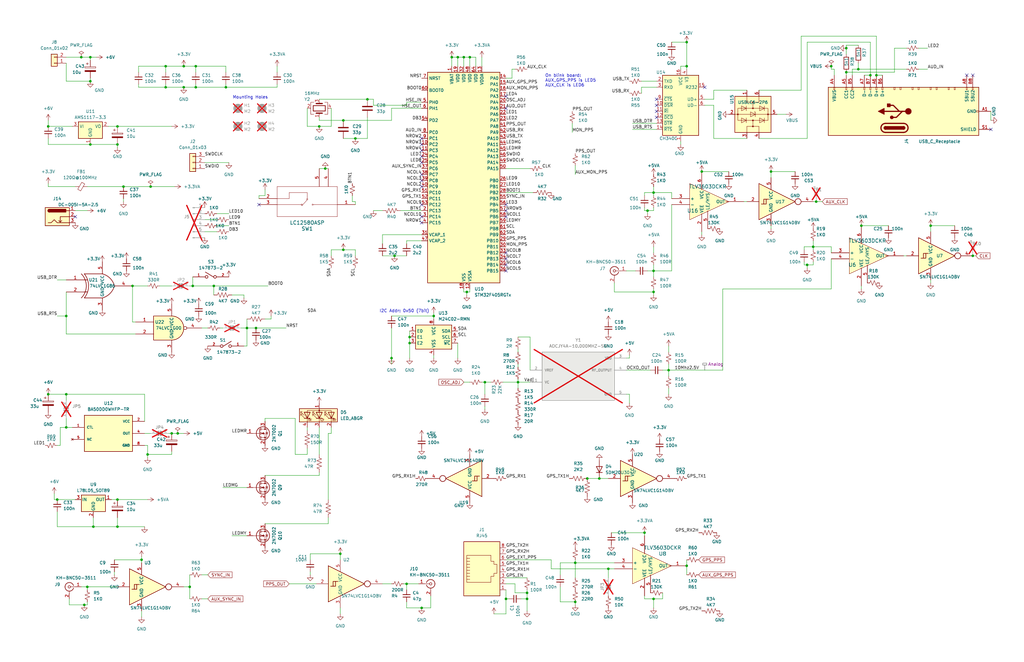
<source format=kicad_sch>
(kicad_sch (version 20230121) (generator eeschema)
  (paper "B")
  (title_block (title "Clock") (date "2023-12-24") (rev "V9.1") (company "Cullen Jennings"))
  (junction (at 172.72 142.24))
  (junction (at 222.25 250.19))
  (junction (at 77.47 27.94))
  (junction (at 392.43 95.25))
  (junction (at 275.59 81.28))
  (junction (at 172.72 144.78))
  (junction (at 49.53 60.96))
  (junction (at 38.1 34.29))
  (junction (at 81.28 120.65))
  (junction (at 193.04 24.13))
  (junction (at 154.94 41.91))
  (junction (at 107.95 138.43))
  (junction (at 361.95 29.21))
  (junction (at 74.93 182.88))
  (junction (at 144.78 50.8))
  (junction (at 222.25 252.73))
  (junction (at 149.86 58.42))
  (junction (at 356.87 30.48))
  (junction (at 144.78 105.41))
  (junction (at 273.05 88.9))
  (junction (at 27.94 166.37))
  (junction (at 72.39 182.88))
  (junction (at 69.85 36.83))
  (junction (at 340.36 111.76))
  (junction (at 63.5 78.74))
  (junction (at 137.16 71.12))
  (junction (at 134.62 53.34))
  (junction (at 77.47 36.83))
  (junction (at 165.1 151.13))
  (junction (at 69.85 27.94))
  (junction (at 20.32 166.37))
  (junction (at 367.03 31.75))
  (junction (at 49.53 222.25))
  (junction (at 369.57 31.75))
  (junction (at 218.44 161.29))
  (junction (at 275.59 123.19))
  (junction (at 213.36 252.73))
  (junction (at 410.21 107.95))
  (junction (at 59.69 236.22))
  (junction (at 242.57 237.49))
  (junction (at 39.37 222.25))
  (junction (at 90.17 120.65))
  (junction (at 82.55 27.94))
  (junction (at 350.52 27.94))
  (junction (at 82.55 36.83))
  (junction (at 342.9 104.14))
  (junction (at 204.47 161.29))
  (junction (at 271.78 224.79))
  (junction (at 143.51 233.68))
  (junction (at 27.94 133.35))
  (junction (at 289.56 238.76))
  (junction (at 20.32 53.34))
  (junction (at 24.13 210.82))
  (junction (at 95.25 36.83))
  (junction (at 49.53 53.34))
  (junction (at 252.73 201.93))
  (junction (at 62.23 191.77))
  (junction (at 295.91 72.39))
  (junction (at 80.01 247.65))
  (junction (at 289.56 17.78))
  (junction (at 289.56 27.94))
  (junction (at 195.58 24.13))
  (junction (at 104.14 138.43))
  (junction (at 38.1 24.13))
  (junction (at 325.12 72.39))
  (junction (at 275.59 114.3))
  (junction (at 34.29 24.13))
  (junction (at 49.53 210.82))
  (junction (at 198.12 24.13))
  (junction (at 52.07 78.74))
  (junction (at 190.5 24.13))
  (junction (at 344.17 85.09))
  (junction (at 275.59 252.73))
  (junction (at 27.94 180.34))
  (junction (at 242.57 254))
  (junction (at 247.65 201.93))
  (junction (at 356.87 20.32))
  (junction (at 256.54 240.03))
  (junction (at 281.94 156.21))
  (junction (at 363.22 95.25))
  (junction (at 166.37 107.95))
  (junction (at 182.88 133.35))
  (junction (at 196.85 123.19))
  (junction (at 177.8 256.54))
  (junction (at 38.1 60.96))
  (junction (at 55.88 120.65))
  (junction (at 35.56 255.27))
  (junction (at 36.83 247.65))
  (junction (at 171.45 246.38))
  (no_connect (at 417.83 54.61))
  (no_connect (at 213.36 114.3))
  (no_connect (at 213.36 45.72))
  (no_connect (at 213.36 109.22))
  (no_connect (at 213.36 86.36))
  (no_connect (at 31.75 91.44))
  (no_connect (at 213.36 91.44))
  (no_connect (at 410.21 31.75))
  (no_connect (at 276.86 44.45))
  (no_connect (at 177.8 66.04))
  (no_connect (at 213.36 88.9))
  (no_connect (at 109.22 86.36))
  (no_connect (at 213.36 106.68))
  (no_connect (at 177.8 76.2))
  (no_connect (at 177.8 58.42))
  (no_connect (at 177.8 68.58))
  (no_connect (at 213.36 111.76))
  (no_connect (at 297.18 36.83))
  (no_connect (at 177.8 93.98))
  (no_connect (at 177.8 86.36))
  (no_connect (at 276.86 41.91))
  (no_connect (at 177.8 63.5))
  (no_connect (at 407.67 31.75))
  (no_connect (at 213.36 40.64))
  (no_connect (at 276.86 46.99))
  (no_connect (at 276.86 49.53))
  (no_connect (at 177.8 78.74))
  (no_connect (at 177.8 73.66))
  (no_connect (at 177.8 60.96))
  (no_connect (at 177.8 91.44))
  (wire (pts (xy 38.1 33.02) (xy 38.1 34.29)))
  (wire (pts (xy 58.42 27.94) (xy 69.85 27.94)))
  (wire (pts (xy 116.84 27.94) (xy 116.84 30.48)))
  (wire (pts (xy 275.59 81.28) (xy 283.21 81.28)))
  (wire (pts (xy 48.26 236.22) (xy 59.69 236.22)))
  (wire (pts (xy 271.78 87.63) (xy 271.78 88.9)))
  (wire (pts (xy 281.94 153.67) (xy 281.94 156.21)))
  (wire (pts (xy 289.56 236.22) (xy 289.56 238.76)))
  (wire (pts (xy 182.88 133.35) (xy 182.88 134.62)))
  (wire (pts (xy 203.2 24.13) (xy 203.2 27.94)))
  (wire (pts (xy 95.25 27.94) (xy 82.55 27.94)))
  (wire (pts (xy 25.4 187.96) (xy 25.4 180.34)))
  (wire (pts (xy 165.1 45.72) (xy 177.8 45.72)))
  (wire (pts (xy 45.72 53.34) (xy 49.53 53.34)))
  (wire (pts (xy 49.53 60.96) (xy 49.53 62.23)))
  (wire (pts (xy 279.4 252.73) (xy 279.4 250.19)))
  (wire (pts (xy 325.12 72.39) (xy 335.28 72.39)))
  (wire (pts (xy 129.54 189.23) (xy 129.54 191.77)))
  (wire (pts (xy 271.78 252.73) (xy 275.59 252.73)))
  (wire (pts (xy 193.04 144.78) (xy 193.04 151.13)))
  (wire (pts (xy 342.9 110.49) (xy 342.9 111.76)))
  (wire (pts (xy 129.54 53.34) (xy 134.62 53.34)))
  (wire (pts (xy 275.59 114.3) (xy 283.21 114.3)))
  (wire (pts (xy 148.59 82.55) (xy 148.59 85.09)))
  (wire (pts (xy 69.85 27.94) (xy 77.47 27.94)))
  (wire (pts (xy 27.94 34.29) (xy 38.1 34.29)))
  (wire (pts (xy 208.28 259.08) (xy 213.36 259.08)))
  (wire (pts (xy 232.41 236.22) (xy 213.36 236.22)))
  (wire (pts (xy 232.41 240.03) (xy 256.54 240.03)))
  (wire (pts (xy 101.6 138.43) (xy 104.14 138.43)))
  (wire (pts (xy 213.36 252.73) (xy 213.36 248.92)))
  (wire (pts (xy 134.62 200.66) (xy 111.76 200.66)))
  (wire (pts (xy 342.9 104.14) (xy 350.52 104.14)))
  (wire (pts (xy 139.7 180.34) (xy 139.7 182.88)))
  (wire (pts (xy 340.36 111.76) (xy 342.9 111.76)))
  (wire (pts (xy 49.53 53.34) (xy 72.39 53.34)))
  (wire (pts (xy 295.91 97.79) (xy 295.91 99.06)))
  (wire (pts (xy 339.09 104.14) (xy 342.9 104.14)))
  (wire (pts (xy 95.25 30.48) (xy 95.25 27.94)))
  (wire (pts (xy 121.92 246.38) (xy 133.35 246.38)))
  (wire (pts (xy 29.21 255.27) (xy 35.56 255.27)))
  (wire (pts (xy 143.51 233.68) (xy 143.51 236.22)))
  (wire (pts (xy 212.09 161.29) (xy 218.44 161.29)))
  (wire (pts (xy 344.17 85.09) (xy 346.71 85.09)))
  (wire (pts (xy 276.86 54.61) (xy 266.7 54.61)))
  (wire (pts (xy 417.83 50.8) (xy 417.83 46.99)))
  (wire (pts (xy 81.28 116.84) (xy 81.28 120.65)))
  (wire (pts (xy 275.59 111.76) (xy 275.59 114.3)))
  (wire (pts (xy 325.12 72.39) (xy 325.12 74.93)))
  (wire (pts (xy 104.14 138.43) (xy 107.95 138.43)))
  (wire (pts (xy 148.59 85.09) (xy 149.86 85.09)))
  (wire (pts (xy 215.9 33.02) (xy 215.9 29.21)))
  (wire (pts (xy 171.45 254) (xy 171.45 256.54)))
  (wire (pts (xy 281.94 156.21) (xy 304.8 156.21)))
  (wire (pts (xy 85.09 242.57) (xy 87.63 242.57)))
  (wire (pts (xy 86.36 92.71) (xy 91.44 92.71)))
  (wire (pts (xy 222.25 250.19) (xy 222.25 252.73)))
  (wire (pts (xy 300.99 41.91) (xy 297.18 41.91)))
  (wire (pts (xy 222.25 248.92) (xy 222.25 250.19)))
  (wire (pts (xy 165.1 133.35) (xy 182.88 133.35)))
  (wire (pts (xy 387.35 29.21) (xy 391.16 29.21)))
  (wire (pts (xy 350.52 109.22) (xy 350.52 121.92)))
  (wire (pts (xy 181.61 256.54) (xy 177.8 256.54)))
  (wire (pts (xy 134.62 41.91) (xy 154.94 41.91)))
  (wire (pts (xy 279.4 156.21) (xy 281.94 156.21)))
  (wire (pts (xy 85.09 138.43) (xy 87.63 138.43)))
  (wire (pts (xy 171.45 44.45) (xy 171.45 43.18)))
  (wire (pts (xy 165.1 45.72) (xy 165.1 50.8)))
  (wire (pts (xy 271.78 81.28) (xy 275.59 81.28)))
  (wire (pts (xy 111.76 176.53) (xy 111.76 177.8)))
  (wire (pts (xy 49.53 210.82) (xy 62.23 210.82)))
  (wire (pts (xy 25.4 187.96) (xy 24.13 187.96)))
  (wire (pts (xy 27.94 26.67) (xy 27.94 34.29)))
  (wire (pts (xy 295.91 72.39) (xy 307.34 72.39)))
  (wire (pts (xy 58.42 36.83) (xy 69.85 36.83)))
  (wire (pts (xy 273.05 114.3) (xy 275.59 114.3)))
  (wire (pts (xy 92.71 138.43) (xy 93.98 138.43)))
  (wire (pts (xy 242.57 69.85) (xy 242.57 73.66)))
  (wire (pts (xy 177.8 101.6) (xy 171.45 101.6)))
  (wire (pts (xy 165.1 50.8) (xy 144.78 50.8)))
  (wire (pts (xy 289.56 27.94) (xy 287.02 27.94)))
  (wire (pts (xy 24.13 210.82) (xy 22.86 210.82)))
  (wire (pts (xy 161.29 99.06) (xy 177.8 99.06)))
  (wire (pts (xy 242.57 254) (xy 242.57 255.27)))
  (wire (pts (xy 52.07 83.82) (xy 52.07 85.09)))
  (wire (pts (xy 381 107.95) (xy 382.27 107.95)))
  (wire (pts (xy 196.85 124.46) (xy 196.85 123.19)))
  (wire (pts (xy 62.23 193.04) (xy 62.23 191.77)))
  (wire (pts (xy 154.94 49.53) (xy 154.94 58.42)))
  (wire (pts (xy 198.12 24.13) (xy 200.66 24.13)))
  (wire (pts (xy 36.83 78.74) (xy 52.07 78.74)))
  (wire (pts (xy 275.59 78.74) (xy 275.59 81.28)))
  (wire (pts (xy 363.22 120.65) (xy 363.22 121.92)))
  (wire (pts (xy 129.54 45.72) (xy 129.54 53.34)))
  (wire (pts (xy 275.59 87.63) (xy 275.59 88.9)))
  (wire (pts (xy 270.51 34.29) (xy 276.86 34.29)))
  (wire (pts (xy 270.51 36.83) (xy 270.51 39.37)))
  (wire (pts (xy 34.29 247.65) (xy 36.83 247.65)))
  (wire (pts (xy 198.12 121.92) (xy 198.12 123.19)))
  (wire (pts (xy 85.09 252.73) (xy 87.63 252.73)))
  (wire (pts (xy 350.52 27.94) (xy 350.52 29.21)))
  (wire (pts (xy 356.87 22.86) (xy 356.87 20.32)))
  (wire (pts (xy 195.58 161.29) (xy 198.12 161.29)))
  (wire (pts (xy 300.99 38.1) (xy 300.99 41.91)))
  (wire (pts (xy 276.86 52.07) (xy 266.7 52.07)))
  (wire (pts (xy 161.29 246.38) (xy 165.1 246.38)))
  (wire (pts (xy 265.43 170.18) (xy 265.43 166.37)))
  (wire (pts (xy 55.88 135.89) (xy 57.15 135.89)))
  (wire (pts (xy 81.28 120.65) (xy 90.17 120.65)))
  (wire (pts (xy 57.15 140.97) (xy 27.94 140.97)))
  (wire (pts (xy 130.81 233.68) (xy 143.51 233.68)))
  (wire (pts (xy 236.22 242.57) (xy 236.22 237.49)))
  (wire (pts (xy 204.47 161.29) (xy 204.47 166.37)))
  (wire (pts (xy 275.59 252.73) (xy 275.59 256.54)))
  (wire (pts (xy 27.94 140.97) (xy 27.94 133.35)))
  (wire (pts (xy 356.87 19.05) (xy 356.87 20.32)))
  (wire (pts (xy 74.93 182.88) (xy 77.47 182.88)))
  (wire (pts (xy 111.76 82.55) (xy 111.76 80.01)))
  (wire (pts (xy 410.21 107.95) (xy 411.48 107.95)))
  (wire (pts (xy 102.87 146.05) (xy 104.14 146.05)))
  (wire (pts (xy 265.43 149.86) (xy 265.43 151.13)))
  (wire (pts (xy 340.36 58.42) (xy 340.36 17.78)))
  (wire (pts (xy 171.45 101.6) (xy 171.45 102.87)))
  (wire (pts (xy 219.71 252.73) (xy 222.25 252.73)))
  (wire (pts (xy 172.72 144.78) (xy 172.72 151.13)))
  (wire (pts (xy 337.82 38.1) (xy 337.82 15.24)))
  (wire (pts (xy 36.83 247.65) (xy 36.83 248.92)))
  (wire (pts (xy 93.98 205.74) (xy 104.14 205.74)))
  (wire (pts (xy 217.17 246.38) (xy 217.17 250.19)))
  (wire (pts (xy 154.94 41.91) (xy 157.48 41.91)))
  (wire (pts (xy 168.91 88.9) (xy 177.8 88.9)))
  (wire (pts (xy 134.62 50.8) (xy 144.78 50.8)))
  (wire (pts (xy 275.59 123.19) (xy 275.59 124.46)))
  (wire (pts (xy 236.22 247.65) (xy 236.22 254)))
  (wire (pts (xy 281.94 163.83) (xy 281.94 166.37)))
  (wire (pts (xy 139.7 105.41) (xy 144.78 105.41)))
  (wire (pts (xy 218.44 160.02) (xy 218.44 161.29)))
  (wire (pts (xy 111.76 134.62) (xy 114.3 134.62)))
  (wire (pts (xy 27.94 166.37) (xy 60.96 166.37)))
  (wire (pts (xy 27.94 166.37) (xy 27.94 168.91)))
  (wire (pts (xy 46.99 210.82) (xy 49.53 210.82)))
  (wire (pts (xy 377.19 30.48) (xy 356.87 30.48)))
  (wire (pts (xy 52.07 78.74) (xy 63.5 78.74)))
  (wire (pts (xy 259.08 119.38) (xy 259.08 123.19)))
  (wire (pts (xy 265.43 151.13) (xy 264.16 151.13)))
  (wire (pts (xy 236.22 254) (xy 242.57 254)))
  (wire (pts (xy 20.32 53.34) (xy 30.48 53.34)))
  (wire (pts (xy 130.81 241.3) (xy 130.81 242.57)))
  (wire (pts (xy 213.36 81.28) (xy 224.79 81.28)))
  (wire (pts (xy 190.5 24.13) (xy 193.04 24.13)))
  (wire (pts (xy 247.65 201.93) (xy 252.73 201.93)))
  (wire (pts (xy 215.9 29.21) (xy 217.17 29.21)))
  (wire (pts (xy 31.75 88.9) (xy 36.83 88.9)))
  (wire (pts (xy 337.82 15.24) (xy 369.57 15.24)))
  (wire (pts (xy 90.17 120.65) (xy 113.03 120.65)))
  (wire (pts (xy 259.08 240.03) (xy 256.54 240.03)))
  (wire (pts (xy 342.9 85.09) (xy 344.17 85.09)))
  (wire (pts (xy 130.81 236.22) (xy 130.81 233.68)))
  (wire (pts (xy 69.85 35.56) (xy 69.85 36.83)))
  (wire (pts (xy 124.46 191.77) (xy 124.46 176.53)))
  (wire (pts (xy 198.12 123.19) (xy 196.85 123.19)))
  (wire (pts (xy 351.79 29.21) (xy 351.79 31.75)))
  (wire (pts (xy 138.43 71.12) (xy 137.16 71.12)))
  (wire (pts (xy 196.85 123.19) (xy 195.58 123.19)))
  (wire (pts (xy 72.39 191.77) (xy 72.39 190.5)))
  (wire (pts (xy 67.31 120.65) (xy 72.39 120.65)))
  (wire (pts (xy 265.43 166.37) (xy 264.16 166.37)))
  (wire (pts (xy 232.41 236.22) (xy 232.41 240.03)))
  (wire (pts (xy 218.44 161.29) (xy 223.52 161.29)))
  (wire (pts (xy 36.83 255.27) (xy 35.56 255.27)))
  (wire (pts (xy 313.69 85.09) (xy 314.96 85.09)))
  (wire (pts (xy 165.1 151.13) (xy 165.1 138.43)))
  (wire (pts (xy 24.13 222.25) (xy 39.37 222.25)))
  (wire (pts (xy 283.21 81.28) (xy 283.21 83.82)))
  (wire (pts (xy 34.29 24.13) (xy 38.1 24.13)))
  (wire (pts (xy 222.25 252.73) (xy 222.25 257.81)))
  (wire (pts (xy 223.52 156.21) (xy 223.52 142.24)))
  (wire (pts (xy 69.85 36.83) (xy 77.47 36.83)))
  (wire (pts (xy 59.69 257.81) (xy 59.69 260.35)))
  (wire (pts (xy 392.43 95.25) (xy 392.43 97.79)))
  (wire (pts (xy 271.78 82.55) (xy 271.78 81.28)))
  (wire (pts (xy 24.13 133.35) (xy 27.94 133.35)))
  (wire (pts (xy 134.62 53.34) (xy 139.7 53.34)))
  (wire (pts (xy 289.56 17.78) (xy 289.56 27.94)))
  (wire (pts (xy 392.43 118.11) (xy 392.43 119.38)))
  (wire (pts (xy 38.1 24.13) (xy 38.1 25.4)))
  (wire (pts (xy 359.41 29.21) (xy 359.41 31.75)))
  (wire (pts (xy 320.04 38.1) (xy 337.82 38.1)))
  (wire (pts (xy 369.57 15.24) (xy 369.57 31.75)))
  (wire (pts (xy 182.88 132.08) (xy 182.88 133.35)))
  (wire (pts (xy 273.05 88.9) (xy 271.78 88.9)))
  (wire (pts (xy 327.66 48.26) (xy 331.47 48.26)))
  (wire (pts (xy 139.7 107.95) (xy 139.7 105.41)))
  (wire (pts (xy 289.56 238.76) (xy 289.56 242.57)))
  (wire (pts (xy 104.14 146.05) (xy 104.14 138.43)))
  (wire (pts (xy 114.3 134.62) (xy 114.3 133.35)))
  (wire (pts (xy 281.94 146.05) (xy 281.94 148.59)))
  (wire (pts (xy 340.36 111.76) (xy 339.09 111.76)))
  (wire (pts (xy 82.55 27.94) (xy 82.55 30.48)))
  (wire (pts (xy 91.44 95.25) (xy 96.52 95.25)))
  (wire (pts (xy 77.47 247.65) (xy 80.01 247.65)))
  (wire (pts (xy 95.25 35.56) (xy 95.25 36.83)))
  (wire (pts (xy 59.69 234.95) (xy 59.69 236.22)))
  (wire (pts (xy 62.23 187.96) (xy 62.23 191.77)))
  (wire (pts (xy 25.4 180.34) (xy 27.94 180.34)))
  (wire (pts (xy 283.21 86.36) (xy 283.21 114.3)))
  (wire (pts (xy 72.39 182.88) (xy 74.93 182.88)))
  (wire (pts (xy 257.81 224.79) (xy 271.78 224.79)))
  (wire (pts (xy 39.37 218.44) (xy 39.37 222.25)))
  (wire (pts (xy 20.32 78.74) (xy 31.75 78.74)))
  (wire (pts (xy 24.13 210.82) (xy 31.75 210.82)))
  (wire (pts (xy 320.04 58.42) (xy 340.36 58.42)))
  (wire (pts (xy 138.43 218.44) (xy 138.43 220.98)))
  (wire (pts (xy 59.69 236.22) (xy 59.69 237.49)))
  (wire (pts (xy 356.87 30.48) (xy 356.87 31.75)))
  (wire (pts (xy 340.36 17.78) (xy 367.03 17.78)))
  (wire (pts (xy 363.22 95.25) (xy 374.65 95.25)))
  (wire (pts (xy 367.03 17.78) (xy 367.03 31.75)))
  (wire (pts (xy 304.8 121.92) (xy 304.8 156.21)))
  (wire (pts (xy 213.36 246.38) (xy 217.17 246.38)))
  (wire (pts (xy 275.59 82.55) (xy 275.59 81.28)))
  (wire (pts (xy 80.01 247.65) (xy 80.01 252.73)))
  (wire (pts (xy 20.32 50.8) (xy 20.32 53.34)))
  (wire (pts (xy 27.94 176.53) (xy 27.94 180.34)))
  (wire (pts (xy 195.58 123.19) (xy 195.58 121.92)))
  (wire (pts (xy 116.84 35.56) (xy 116.84 36.83)))
  (wire (pts (xy 36.83 247.65) (xy 49.53 247.65)))
  (wire (pts (xy 80.01 120.65) (xy 81.28 120.65)))
  (wire (pts (xy 102.87 124.46) (xy 102.87 125.73)))
  (wire (pts (xy 109.22 82.55) (xy 111.76 82.55)))
  (wire (pts (xy 69.85 27.94) (xy 69.85 30.48)))
  (wire (pts (xy 361.95 19.05) (xy 356.87 19.05)))
  (wire (pts (xy 273.05 88.9) (xy 275.59 88.9)))
  (wire (pts (xy 256.54 240.03) (xy 256.54 243.84)))
  (wire (pts (xy 62.23 187.96) (xy 60.96 187.96)))
  (wire (pts (xy 149.86 105.41) (xy 144.78 105.41)))
  (wire (pts (xy 204.47 161.29) (xy 207.01 161.29)))
  (wire (pts (xy 24.13 215.9) (xy 24.13 222.25)))
  (wire (pts (xy 109.22 83.82) (xy 109.22 82.55)))
  (wire (pts (xy 49.53 218.44) (xy 49.53 222.25)))
  (wire (pts (xy 63.5 78.74) (xy 73.66 78.74)))
  (wire (pts (xy 223.52 142.24) (xy 218.44 142.24)))
  (wire (pts (xy 49.53 222.25) (xy 39.37 222.25)))
  (wire (pts (xy 97.79 124.46) (xy 102.87 124.46)))
  (wire (pts (xy 111.76 176.53) (xy 124.46 176.53)))
  (wire (pts (xy 297.18 44.45) (xy 300.99 44.45)))
  (wire (pts (xy 350.52 29.21) (xy 351.79 29.21)))
  (wire (pts (xy 172.72 142.24) (xy 172.72 144.78)))
  (wire (pts (xy 252.73 201.93) (xy 256.54 201.93)))
  (wire (pts (xy 20.32 58.42) (xy 20.32 60.96)))
  (wire (pts (xy 325.12 95.25) (xy 325.12 96.52)))
  (wire (pts (xy 264.16 156.21) (xy 274.32 156.21)))
  (wire (pts (xy 213.36 33.02) (xy 215.9 33.02)))
  (wire (pts (xy 275.59 252.73) (xy 279.4 252.73)))
  (wire (pts (xy 387.35 20.32) (xy 391.16 20.32)))
  (wire (pts (xy 242.57 237.49) (xy 242.57 243.84)))
  (wire (pts (xy 143.51 256.54) (xy 143.51 259.08)))
  (wire (pts (xy 193.04 24.13) (xy 193.04 27.94)))
  (wire (pts (xy 171.45 43.18) (xy 177.8 43.18)))
  (wire (pts (xy 289.56 17.78) (xy 283.21 17.78)))
  (wire (pts (xy 71.12 182.88) (xy 72.39 182.88)))
  (wire (pts (xy 134.62 199.39) (xy 134.62 200.66)))
  (wire (pts (xy 213.36 243.84) (xy 222.25 243.84)))
  (wire (pts (xy 273.05 88.9) (xy 273.05 90.17)))
  (wire (pts (xy 377.19 20.32) (xy 377.19 30.48)))
  (wire (pts (xy 361.95 29.21) (xy 359.41 29.21)))
  (wire (pts (xy 165.1 153.67) (xy 165.1 151.13)))
  (wire (pts (xy 275.59 121.92) (xy 275.59 123.19)))
  (wire (pts (xy 171.45 246.38) (xy 171.45 248.92)))
  (wire (pts (xy 218.44 147.32) (xy 218.44 148.59)))
  (wire (pts (xy 182.88 149.86) (xy 182.88 151.13)))
  (wire (pts (xy 314.96 38.1) (xy 300.99 38.1)))
  (wire (pts (xy 38.1 60.96) (xy 49.53 60.96)))
  (wire (pts (xy 218.44 161.29) (xy 218.44 163.83)))
  (wire (pts (xy 339.09 105.41) (xy 339.09 104.14)))
  (wire (pts (xy 287.02 27.94) (xy 287.02 29.21)))
  (wire (pts (xy 213.36 259.08) (xy 213.36 252.73)))
  (wire (pts (xy 392.43 95.25) (xy 402.59 95.25)))
  (wire (pts (xy 203.2 161.29) (xy 204.47 161.29)))
  (wire (pts (xy 161.29 107.95) (xy 166.37 107.95)))
  (wire (pts (xy 161.29 88.9) (xy 157.48 88.9)))
  (wire (pts (xy 367.03 31.75) (xy 364.49 31.75)))
  (wire (pts (xy 304.8 121.92) (xy 350.52 121.92)))
  (wire (pts (xy 144.78 58.42) (xy 149.86 58.42)))
  (wire (pts (xy 48.26 241.3) (xy 48.26 242.57)))
  (wire (pts (xy 86.36 68.58) (xy 96.52 68.58)))
  (wire (pts (xy 222.25 250.19) (xy 217.17 250.19)))
  (wire (pts (xy 259.08 123.19) (xy 275.59 123.19)))
  (wire (pts (xy 134.62 49.53) (xy 134.62 50.8)))
  (wire (pts (xy 276.86 36.83) (xy 270.51 36.83)))
  (wire (pts (xy 271.78 224.79) (xy 271.78 226.06)))
  (wire (pts (xy 300.99 44.45) (xy 300.99 58.42)))
  (wire (pts (xy 281.94 156.21) (xy 281.94 158.75)))
  (wire (pts (xy 198.12 24.13) (xy 198.12 27.94)))
  (wire (pts (xy 157.48 41.91) (xy 157.48 44.45)))
  (wire (pts (xy 80.01 242.57) (xy 80.01 247.65)))
  (wire (pts (xy 149.86 85.09) (xy 149.86 86.36)))
  (wire (pts (xy 22.86 208.28) (xy 22.86 210.82)))
  (wire (pts (xy 138.43 220.98) (xy 111.76 220.98)))
  (wire (pts (xy 91.44 90.17) (xy 96.52 90.17)))
  (wire (pts (xy 139.7 182.88) (xy 138.43 182.88)))
  (wire (pts (xy 55.88 120.65) (xy 62.23 120.65)))
  (wire (pts (xy 287.02 59.69) (xy 287.02 60.96)))
  (wire (pts (xy 241.3 52.07) (xy 241.3 55.88)))
  (wire (pts (xy 166.37 107.95) (xy 171.45 107.95)))
  (wire (pts (xy 104.14 134.62) (xy 104.14 138.43)))
  (wire (pts (xy 77.47 36.83) (xy 82.55 36.83)))
  (wire (pts (xy 60.96 182.88) (xy 63.5 182.88)))
  (wire (pts (xy 86.36 97.79) (xy 91.44 97.79)))
  (wire (pts (xy 27.94 24.13) (xy 34.29 24.13)))
  (wire (pts (xy 177.8 256.54) (xy 171.45 256.54)))
  (wire (pts (xy 62.23 191.77) (xy 72.39 191.77)))
  (wire (pts (xy 275.59 114.3) (xy 275.59 116.84)))
  (wire (pts (xy 97.79 226.06) (xy 104.14 226.06)))
  (wire (pts (xy 20.32 166.37) (xy 27.94 166.37)))
  (wire (pts (xy 242.57 237.49) (xy 259.08 237.49)))
  (wire (pts (xy 361.95 26.67) (xy 361.95 29.21)))
  (wire (pts (xy 82.55 27.94) (xy 77.47 27.94)))
  (wire (pts (xy 350.52 104.14) (xy 350.52 106.68)))
  (wire (pts (xy 382.27 20.32) (xy 377.19 20.32)))
  (wire (pts (xy 372.11 31.75) (xy 369.57 31.75)))
  (wire (pts (xy 40.64 24.13) (xy 38.1 24.13)))
  (wire (pts (xy 90.17 120.65) (xy 90.17 124.46)))
  (wire (pts (xy 190.5 24.13) (xy 190.5 27.94)))
  (wire (pts (xy 236.22 237.49) (xy 242.57 237.49)))
  (wire (pts (xy 213.36 71.12) (xy 223.52 71.12)))
  (wire (pts (xy 218.44 153.67) (xy 218.44 154.94)))
  (wire (pts (xy 193.04 24.13) (xy 195.58 24.13)))
  (wire (pts (xy 242.57 236.22) (xy 242.57 237.49)))
  (wire (pts (xy 340.36 111.76) (xy 340.36 113.03)))
  (wire (pts (xy 134.62 180.34) (xy 134.62 191.77)))
  (wire (pts (xy 36.83 254) (xy 36.83 255.27)))
  (wire (pts (xy 342.9 105.41) (xy 342.9 104.14)))
  (wire (pts (xy 138.43 182.88) (xy 138.43 210.82)))
  (wire (pts (xy 264.16 114.3) (xy 267.97 114.3)))
  (wire (pts (xy 149.86 107.95) (xy 149.86 105.41)))
  (wire (pts (xy 139.7 45.72) (xy 139.7 53.34)))
  (wire (pts (xy 29.21 252.73) (xy 29.21 255.27)))
  (wire (pts (xy 107.95 138.43) (xy 120.65 138.43)))
  (wire (pts (xy 171.45 246.38) (xy 176.53 246.38)))
  (wire (pts (xy 60.96 166.37) (xy 60.96 177.8)))
  (wire (pts (xy 361.95 29.21) (xy 382.27 29.21)))
  (wire (pts (xy 129.54 191.77) (xy 124.46 191.77)))
  (wire (pts (xy 58.42 30.48) (xy 58.42 27.94)))
  (wire (pts (xy 289.56 27.94) (xy 289.56 29.21)))
  (wire (pts (xy 129.54 180.34) (xy 129.54 181.61)))
  (wire (pts (xy 172.72 139.7) (xy 172.72 142.24)))
  (wire (pts (xy 213.36 252.73) (xy 214.63 252.73)))
  (wire (pts (xy 55.88 120.65) (xy 55.88 135.89)))
  (wire (pts (xy 27.94 180.34) (xy 30.48 180.34)))
  (wire (pts (xy 204.47 171.45) (xy 204.47 172.72)))
  (wire (pts (xy 300.99 58.42) (xy 314.96 58.42)))
  (wire (pts (xy 170.18 246.38) (xy 171.45 246.38)))
  (wire (pts (xy 157.48 44.45) (xy 171.45 44.45)))
  (wire (pts (xy 339.09 110.49) (xy 339.09 111.76)))
  (wire (pts (xy 58.42 35.56) (xy 58.42 36.83)))
  (wire (pts (xy 275.59 104.14) (xy 275.59 106.68)))
  (wire (pts (xy 195.58 24.13) (xy 195.58 27.94)))
  (wire (pts (xy 20.32 77.47) (xy 20.32 78.74)))
  (wire (pts (xy 137.16 71.12) (xy 134.62 71.12)))
  (wire (pts (xy 342.9 101.6) (xy 342.9 104.14)))
  (wire (pts (xy 271.78 251.46) (xy 271.78 252.73)))
  (wire (pts (xy 161.29 102.87) (xy 161.29 99.06)))
  (wire (pts (xy 60.96 222.25) (xy 49.53 222.25)))
  (wire (pts (xy 24.13 118.11) (xy 27.94 118.11)))
  (wire (pts (xy 20.32 60.96) (xy 38.1 60.96)))
  (wire (pts (xy 195.58 24.13) (xy 198.12 24.13)))
  (wire (pts (xy 82.55 35.56) (xy 82.55 36.83)))
  (wire (pts (xy 27.94 133.35) (xy 27.94 123.19)))
  (wire (pts (xy 200.66 27.94) (xy 200.66 24.13)))
  (wire (pts (xy 82.55 36.83) (xy 95.25 36.83)))
  (wire (pts (xy 154.94 58.42) (xy 149.86 58.42)))
  (wire (pts (xy 95.25 36.83) (xy 116.84 36.83)))
  (wire (pts (xy 181.61 251.46) (xy 181.61 256.54)))
  (text "On blink board:\nAUX_GPS_PPS is LED5 \nAUX_CLK is LED6 \n" (at 229.87 36.83 0) (effects (font (size 1.27 1.27)) (justify left bottom)))
  (text "Mounting Holes" (at 113.03 41.91 0) (effects (font (size 1.27 1.27)) (justify right bottom)))
  (text "I2C Addr: 0x50 (7bit)" (at 160.02 132.08 0) (effects (font (size 1.27 1.27)) (justify left bottom)))
  (label "GPS_RX1" (at 213.36 201.93 0))
  (label "LED10" (at 96.52 90.17 0))
  (label "SYNC_IN" (at 213.36 83.82 0))
  (label "NCOL7" (at 213.36 109.22 0))
  (label "SDA" (at 139.7 113.03 270))
  (label "LEDMY" (at 97.79 226.06 0))
  (label "SDA" (at 213.36 99.06 0))
  (label "GPS_PPS" (at 213.36 101.6 0))
  (label "LED9" (at 213.36 76.2 0))
  (label "DB3" (at 177.8 50.8 180))
  (label "SWDIO" (at 86.36 71.12 0))
  (label "BOOT1" (at 213.36 81.28 0))
  (label "GPS_TX2H" (at 213.36 231.14 0))
  (label "AUX_SYNC_IN" (at 177.8 71.12 180))
  (label "LED1" (at 19.05 187.96 180))
  (label "NROW1" (at 177.8 93.98 180))
  (label "GPS_EXT_PPS" (at 213.36 236.22 0))
  (label "LEDMY" (at 213.36 93.98 0))
  (label "GPS_RX1H" (at 175.26 201.93 180))
  (label "GPS_RX1" (at 177.8 81.28 180))
  (label "NCOL10" (at 177.8 91.44 180))
  (label "LED9" (at 96.52 92.71 0))
  (label "USB_TX" (at 265.43 34.29 180))
  (label "AUD_IN" (at 391.16 29.21 0))
  (label "USB_DTR" (at 24.13 118.11 180))
  (label "NROW2" (at 177.8 58.42 180))
  (label "GPS_RX2H" (at 294.64 224.79 180))
  (label "HSE_IN" (at 177.8 43.18 180))
  (label "OCXO_OUT" (at 264.16 156.21 0))
  (label "10Mhz2.5V" (at 284.48 156.21 0))
  (label "LEDMR" (at 213.36 63.5 0))
  (label "AUX_GPS_PPS" (at 213.36 35.56 0))
  (label "USB_TX" (at 213.36 58.42 0))
  (label "NCOL6" (at 213.36 111.76 0))
  (label "AUX_CLK" (at 222.25 29.21 0))
  (label "LED2" (at 391.16 20.32 0))
  (label "DB3" (at 96.52 97.79 0))
  (label "NCOL1" (at 213.36 91.44 0))
  (label "NCOL5" (at 213.36 114.3 0))
  (label "USB_DTR" (at 266.7 52.07 0))
  (label "SCL" (at 193.04 142.24 0))
  (label "GPS_TX1H" (at 213.36 238.76 0))
  (label "NRST" (at 177.8 33.02 180))
  (label "GPS_TX1" (at 289.56 201.93 0))
  (label "SDA" (at 193.04 139.7 0))
  (label "SCL" (at 149.86 113.03 270))
  (label "AUX_MON_PPS" (at 213.36 38.1 0))
  (label "USB_RTS" (at 266.7 54.61 0))
  (label "USB_RTS" (at 24.13 133.35 180))
  (label "LEDMG" (at 213.36 60.96 0))
  (label "NCOL9" (at 177.8 86.36 180))
  (label "SWDCLK" (at 213.36 68.58 0))
  (label "BTN1" (at 148.59 77.47 90))
  (label "PPS_OUT" (at 241.3 46.99 0))
  (label "MON_PPS" (at 213.36 104.14 0))
  (label "NCOL4" (at 177.8 73.66 180))
  (label "BTN1" (at 96.52 95.25 0))
  (label "NROW4" (at 177.8 63.5 180))
  (label "SWDCLK" (at 86.36 66.04 0))
  (label "SWDIO" (at 213.36 66.04 0))
  (label "LEDMG" (at 93.98 205.74 0))
  (label "BOOT0" (at 113.03 120.65 0))
  (label "NCOL2" (at 177.8 78.74 180))
  (label "GPS_TX1" (at 177.8 83.82 180))
  (label "PPS_OUT" (at 242.57 64.77 0))
  (label "PPS_OUT" (at 213.36 53.34 0))
  (label "LED1" (at 213.36 48.26 0))
  (label "LED4" (at 213.36 40.64 0))
  (label "BOOT0" (at 177.8 38.1 180))
  (label "NRST" (at 120.65 138.43 0))
  (label "Vadj" (at 220.98 161.29 0))
  (label "LED8" (at 177.8 68.58 180))
  (label "SDA" (at 133.35 132.08 180))
  (label "GPS_TX1H" (at 240.03 201.93 180))
  (label "BTN1" (at 177.8 88.9 180))
  (label "NCOL8" (at 213.36 106.68 0))
  (label "MON_PPS" (at 241.3 55.88 0))
  (label "AUX_MON_PPS" (at 242.57 73.66 0))
  (label "LED3" (at 213.36 86.36 0))
  (label "AUD_IN" (at 177.8 55.88 180))
  (label "SCL" (at 213.36 96.52 0))
  (label "CLK" (at 228.6 71.12 0))
  (label "LEDMR" (at 104.14 182.88 180))
  (label "GPS_EN" (at 213.36 243.84 0))
  (label "USB_RX" (at 213.36 55.88 0))
  (label "GPS_TX2H" (at 295.91 257.81 180))
  (label "GPS_RX2H" (at 213.36 233.68 0))
  (label "GPS_RX1H" (at 213.36 241.3 0))
  (label "HSE_OUT" (at 177.8 45.72 180))
  (label "LED10" (at 213.36 78.74 0))
  (label "NCOL3" (at 177.8 76.2 180))
  (label "NROW3" (at 177.8 60.96 180))
  (label "OSC_ADJ" (at 213.36 43.18 0))
  (label "LED2" (at 213.36 50.8 0))
  (label "NROW5" (at 213.36 88.9 0))
  (label "AUD_OUT" (at 213.36 45.72 0))
  (label "USB_RX" (at 265.43 39.37 180))
  (label "LED7" (at 177.8 66.04 180))
  (global_label "OSC_ADJ" (shape input) (at 195.58 161.29 180) (property "Intersheetrefs" "${INTERSHEET_REFS}" (effects hide)))
  (global_label "AUX_CLK" (shape input) (at 346.71 85.09 0) (property "Intersheetrefs" "${INTERSHEET_REFS}" (effects hide)))
  (global_label "CLK" (shape input) (at 411.48 107.95 0) (property "Intersheetrefs" "${INTERSHEET_REFS}" (effects hide)))
  (global_label "AUX_GPS_PPS" (shape input) (at 294.64 242.57 0) (property "Intersheetrefs" "${INTERSHEET_REFS}" (effects hide)))
  (global_label "AUX_SYNC_IN" (shape input) (at 87.63 252.73 0) (property "Intersheetrefs" "${INTERSHEET_REFS}" (effects hide)))
  (global_label "SYNC_IN" (shape input) (at 87.63 242.57 0) (property "Intersheetrefs" "${INTERSHEET_REFS}" (effects hide)))
  (global_label "GPS_PPS" (shape input) (at 294.64 236.22 0) (property "Intersheetrefs" "${INTERSHEET_REFS}" (effects hide)))
  (global_label "PPS_OUT" (shape input) (at 121.92 246.38 180) (property "Intersheetrefs" "${INTERSHEET_REFS}" (effects hide)))
  (netclass_flag "" (length 2.54) (shape rectangle) (at 297.18 156.21 0) (property "Netclass" "Analog" (at 298.496 153.67 0) (effects (font italic) (justify left))))
  (symbol (lib_id "power:+5V") (at 77.47 182.88 270) (unit 1)
    (property "Reference" "#PWR039" (effects hide))
    (property "Value" "+5V" (at 81.28 182.88 90) (effects (justify left)))
  )
  (symbol (lib_id "power:GND") (at 107.95 143.51 0) (mirror y) (unit 1)
    (property "Reference" "#PWR012" (effects hide))
    (property "Value" "GND" (at 111.76 144.78 0))
  )
  (symbol (lib_id "Device:R_US") (at 107.95 134.62 270) (unit 1)
    (property "Reference" "R27" (at 107.95 129.54 90))
    (property "Value" "4K7" (at 107.95 132.08 90))
    (property "Footprint" "Resistor_SMD:R_0603_1608Metric" (effects hide))
    (property "JLCPCB Part #" "C23162" (effects hide))
  )
  (symbol (lib_id "Device:R_Small_US") (at 275.59 119.38 0) (unit 1)
    (property "Reference" "R47" (at 278.13 118.11 0) (effects (justify left)))
    (property "Value" "100R" (at 278.13 120.65 0) (effects (justify left)))
    (property "Footprint" "Resistor_SMD:R_0603_1608Metric" (effects hide))
    (property "JLCPCB Part #" "C22775" (effects hide))
  )
  (symbol (lib_id "Device:R_Small_US") (at 218.44 157.48 0) (unit 1)
    (property "Reference" "R12" (at 213.36 154.94 0) (effects (justify left)))
    (property "Value" "1K5" (at 213.36 157.48 0) (effects (justify left)))
    (property "Footprint" "Resistor_SMD:R_0603_1608Metric" (effects hide))
    (property "JLCPCB Part #" "C22843" (effects hide))
  )
  (symbol (lib_id "Jumper:SolderJumper_2_Bridged") (at 67.31 182.88 0) (unit 1) (in_bom no) (dnp yes)
    (property "Reference" "JP4" (at 67.31 180.34 0))
    (property "Value" "SolderJumper_2_Bridged" (effects hide))
    (property "Footprint" "Jumper:SolderJumper-2_P1.3mm_Bridged2Bar_RoundedPad1.0x1.5mm" (effects hide))
  )
  (symbol (lib_id "power:+3.3V") (at 43.18 110.49 0) (unit 1)
    (property "Reference" "#PWR0137" (effects hide))
    (property "Value" "+3.3V" (at 39.37 109.22 0))
  )
  (symbol (lib_id "Device:C_Small") (at 130.81 238.76 0) (unit 1)
    (property "Reference" "C11" (at 125.73 234.95 0) (effects (justify left)))
    (property "Value" "100n" (at 124.46 236.22 0) (effects (justify left)))
    (property "Footprint" "Capacitor_SMD:C_0402_1005Metric" (effects hide))
    (property "JLCPCB Part #" "C307331" (effects hide))
  )
  (symbol (lib_id "Connector:Conn_Coaxial") (at 29.21 247.65 0) (mirror y) (unit 1)
    (property "Reference" "J9" (at 25.4 246.6732 0) (effects (justify left)))
    (property "Value" "KH-BNC50-3511" (at 40.64 243.84 0) (effects (justify left)))
    (property "Footprint" "blinky_footprints:BNC_Amphenol_B6252HB-NPP3G-50_Horizontal-CJ" (effects hide))
    (property "Datasheet" " ~" (effects hide))
    (property "JLCPCB Part #" "C2837587" (effects hide))
    (property "JLCPCB Rotation Offset" "180" (effects hide))
    (property "Sim.Enable" "0" (effects hide))
  )
  (symbol (lib_id "power:GND") (at 157.48 88.9 0) (mirror y) (unit 1)
    (property "Reference" "#PWR090" (effects hide))
    (property "Value" "GND" (at 154.94 91.44 0))
  )
  (symbol (lib_id "power:+5VA") (at 295.91 72.39 0) (unit 1)
    (property "Reference" "#PWR096" (effects hide))
    (property "Value" "+5VA" (at 295.91 68.58 0))
  )
  (symbol (lib_id "BlinkyShared:AOCJY4A-10.000MHZ-SW") (at 243.84 158.75 0) (unit 1) (dnp yes)
    (property "Reference" "Y1" (at 243.84 143.51 0))
    (property "Value" "AOCJY4A-10.000MHZ-SW" (at 243.84 146.05 0))
    (property "Footprint" "XTAL_AOCJY4A-10.000MHZ-SW" (effects hide))
    (property "PARTREV" "07.24.11" (effects hide))
    (property "STANDARD" "IPC_7351B" (effects hide))
    (property "SNAPEDA_PN" "AOCJY4A-10.000MHZ-SW" (effects hide))
    (property "MAXIMUM_PACKAGE_HEIGHT" "13.76 mm" (effects hide))
    (property "MANUFACTURER" "Abracon" (effects hide))
    (property "JLCPCB Part #" "C1670487" (effects hide))
  )
  (symbol (lib_id "Device:R_Small_US") (at 200.66 161.29 270) (mirror x) (unit 1)
    (property "Reference" "R24" (at 200.66 154.94 90))
    (property "Value" "1K0" (at 200.66 157.48 90))
    (property "Footprint" "Resistor_SMD:R_0603_1608Metric" (effects hide))
    (property "JLCPCB Part #" "C21190" (effects hide))
  )
  (symbol (lib_id "power:GND") (at 281.94 166.37 0) (unit 1)
    (property "Reference" "#PWR016" (effects hide))
    (property "Value" "GND" (at 281.94 171.45 0))
  )
  (symbol (lib_id "power:GND") (at 275.59 256.54 0) (unit 1)
    (property "Reference" "#PWR081" (effects hide))
    (property "Value" "GND" (at 275.59 260.35 0))
  )
  (symbol (lib_id "Device:R_Small_US") (at 21.59 187.96 270) (mirror x) (unit 1)
    (property "Reference" "R69" (at 21.59 184.15 90))
    (property "Value" "1K0" (at 21.59 185.42 90))
    (property "Footprint" "Resistor_SMD:R_0603_1608Metric" (effects hide))
    (property "JLCPCB Part #" "C21190" (effects hide))
  )
  (symbol (lib_id "power:+3.3V") (at 266.7 191.77 0) (unit 1)
    (property "Reference" "#PWR0119" (effects hide))
    (property "Value" "+3.3V" (at 266.7 186.69 0))
  )
  (symbol (lib_id "Device:C_Small") (at 335.28 74.93 0) (unit 1)
    (property "Reference" "C53" (at 339.09 76.2 0) (effects (justify left)))
    (property "Value" "100n" (at 337.82 73.66 0) (effects (justify left)))
    (property "Footprint" "Capacitor_SMD:C_0402_1005Metric" (effects hide))
    (property "JLCPCB Part #" "C307331" (effects hide))
  )
  (symbol (lib_id "power:PWR_FLAG") (at 74.93 182.88 0) (unit 1)
    (property "Reference" "#FLG05" (effects hide))
    (property "Value" "PWR_FLAG" (at 74.93 177.8 0))
  )
  (symbol (lib_id "BlinkyShared:BA50DD0WHFP-TR") (at 45.72 182.88 0) (unit 1)
    (property "Reference" "U12" (at 45.72 170.18 0))
    (property "Value" "BA50DD0WHFP-TR" (at 45.72 172.72 0))
    (property "Footprint" "DPAK172P1054X200-6N" (effects hide))
    (property "Datasheet" "https://jlcpcb.com/partdetail/RohmSemicon-BA50DD0WHFPTR/C509718#:~:text=Datasheet-,Download,-Source" (effects hide))
    (property "PARTREV" "003" (effects hide))
    (property "MANUFACTURER" "Rohm Semiconductor" (effects hide))
    (property "MAXIMUM_PACKAGE_HEIGHT" "2.005 mm" (effects hide))
    (property "STANDARD" "IPC 7351B" (effects hide))
    (property "JLCPCB Position Offset" "-1.5,0" (effects hide))
    (property "JLCPCB Part #" "C509718" (effects hide))
  )
  (symbol (lib_id "power:+3.3V") (at 72.39 128.27 0) (unit 1)
    (property "Reference" "#PWR0138" (effects hide))
    (property "Value" "+3.3V" (at 68.58 127 0))
  )
  (symbol (lib_id "power:GND") (at 137.16 71.12 180) (unit 1)
    (property "Reference" "#PWR088" (effects hide))
    (property "Value" "GND" (at 137.16 66.04 0))
  )
  (symbol (lib_id "74xGxx:SN74LVC1G14DBV") (at 198.12 201.93 180) (unit 1)
    (property "Reference" "U19" (at 195.58 212.09 0))
    (property "Value" "SN74LVC1G14DBV" (at 195.58 194.31 0))
    (property "Footprint" "Package_TO_SOT_SMD:SOT-23-5" (effects hide))
    (property "Datasheet" "http://www.ti.com/lit/ds/symlink/sn74lvc1g14.pdf" (effects hide))
    (property "JLCPCB Rotation Offset" "180" (effects hide))
    (property "JLCPCB Part #" "C133145" (effects hide))
  )
  (symbol (lib_id "power:GND") (at 256.54 140.97 0) (unit 1)
    (property "Reference" "#PWR087" (effects hide))
    (property "Value" "GND" (at 256.54 146.05 0))
  )
  (symbol (lib_id "power:GND") (at 31.75 93.98 0) (unit 1)
    (property "Reference" "#PWR0116" (effects hide))
    (property "Value" "GND" (at 35.56 96.52 0))
  )
  (symbol (lib_id "power:GND") (at 193.04 151.13 0) (unit 1)
    (property "Reference" "#PWR0114" (effects hide))
    (property "Value" "GND" (at 193.04 156.21 0))
  )
  (symbol (lib_id "power:GND") (at 196.85 124.46 0) (unit 1)
    (property "Reference" "#PWR01" (effects hide))
    (property "Value" "GND" (at 196.85 129.54 0))
  )
  (symbol (lib_id "Device:C_Small") (at 83.82 130.81 0) (unit 1)
    (property "Reference" "C59" (at 86.36 128.27 0) (effects (justify left)))
    (property "Value" "100n" (at 86.36 132.08 0) (effects (justify left)))
    (property "Footprint" "Capacitor_SMD:C_0402_1005Metric" (effects hide))
    (property "JLCPCB Part #" "C307331" (effects hide))
  )
  (symbol (lib_id "power:+3.3V") (at 53.34 109.22 0) (unit 1)
    (property "Reference" "#PWR0141" (effects hide))
    (property "Value" "+3.3V" (at 49.53 107.95 0))
  )
  (symbol (lib_id "power:+5V") (at 198.12 191.77 0) (unit 1)
    (property "Reference" "#PWR0127" (effects hide))
    (property "Value" "+5V" (at 201.93 190.5 0))
  )
  (symbol (lib_id "power:GND") (at 256.54 256.54 0) (unit 1)
    (property "Reference" "#PWR0123" (effects hide))
    (property "Value" "GND" (at 256.54 260.35 0))
  )
  (symbol (lib_id "Transistor_FET:2N7002") (at 109.22 182.88 0) (unit 1)
    (property "Reference" "Q1" (at 118.11 182.88 90))
    (property "Value" "2N7002" (at 115.57 182.88 90))
    (property "Footprint" "Package_TO_SOT_SMD:SOT-23" (effects hide))
    (property "Datasheet" "https://www.onsemi.com/pub/Collateral/NDS7002A-D.PDF" (effects hide))
    (property "JLCPCB Rotation Offset" "180" (effects hide))
    (property "JLCPCB Part #" "C8545" (effects hide))
  )
  (symbol (lib_id "BlinkyShared:TLV3603DCKR") (at 271.78 238.76 0) (unit 1)
    (property "Reference" "U8" (at 279.4 233.68 0) (effects (font (size 1.524 1.524))))
    (property "Value" "TLV3603DCKR" (at 279.4 231.14 0) (effects (font (size 1.524 1.524))))
    (property "Footprint" "SC70_DCK_TEX" (effects hide))
    (property "Datasheet" "TLV3603DCKR" (effects hide))
    (property "JLCPCB Part #" "C5213955" (effects hide))
  )
  (symbol (lib_id "power:GND") (at 134.62 53.34 0) (unit 1)
    (property "Reference" "#PWR04" (effects hide))
    (property "Value" "GND" (at 134.62 58.42 0))
  )
  (symbol (lib_id "power:GND") (at 307.34 77.47 0) (unit 1)
    (property "Reference" "#PWR099" (effects hide))
    (property "Value" "GND" (at 307.34 82.55 0))
  )
  (symbol (lib_id "power:GND") (at 252.73 194.31 180) (unit 1)
    (property "Reference" "#PWR0126" (effects hide))
    (property "Value" "GND" (at 252.73 189.23 0))
  )
  (symbol (lib_id "Device:C_Small") (at 161.29 105.41 180) (unit 1)
    (property "Reference" "C35" (at 163.83 104.1336 0) (effects (justify right)))
    (property "Value" "2u2" (at 163.83 106.6736 0) (effects (justify right)))
    (property "Footprint" "Capacitor_SMD:C_0603_1608Metric" (effects hide))
    (property "JLCPCB Part #" "C23630" (effects hide))
  )
  (symbol (lib_id "power:GND") (at 356.87 20.32 270) (unit 1)
    (property "Reference" "#PWR074" (effects hide))
    (property "Value" "GND" (at 354.33 20.32 90) (effects (justify right)))
  )
  (symbol (lib_id "power:GND") (at 62.23 193.04 0) (unit 1)
    (property "Reference" "#PWR044" (effects hide))
    (property "Value" "GND" (at 62.23 198.12 0))
  )
  (symbol (lib_id "power:GND") (at 102.87 125.73 0) (unit 1)
    (property "Reference" "#PWR013" (effects hide))
    (property "Value" "GND" (at 99.06 127 0))
  )
  (symbol (lib_id "power:+3.3V") (at 144.78 105.41 0) (unit 1)
    (property "Reference" "#PWR0107" (effects hide))
    (property "Value" "+3.3V" (at 144.78 100.33 0))
  )
  (symbol (lib_id "Device:R_Small_US") (at 292.1 236.22 270) (unit 1)
    (property "Reference" "R60" (at 292.1 231.14 90))
    (property "Value" "1K0" (at 292.1 233.68 90))
    (property "Footprint" "Resistor_SMD:R_0603_1608Metric" (effects hide))
    (property "JLCPCB Part #" "C21190" (effects hide))
  )
  (symbol (lib_id "Device:R_Small_US") (at 93.98 92.71 270) (unit 1)
    (property "Reference" "R67" (effects hide))
    (property "Value" "1K0" (at 90.17 92.71 90))
    (property "Footprint" "Resistor_SMD:R_0603_1608Metric" (effects hide))
    (property "JLCPCB Part #" "C21190" (effects hide))
  )
  (symbol (lib_id "Device:R_Small_US") (at 218.44 144.78 0) (unit 1)
    (property "Reference" "R9" (at 213.36 143.51 0) (effects (justify left)))
    (property "Value" "2R" (at 213.36 146.05 0) (effects (justify left)))
    (property "Footprint" "Resistor_SMD:R_0603_1608Metric" (effects hide))
    (property "JLCPCB Part #" "C22977" (effects hide))
  )
  (symbol (lib_id "Jumper:SolderJumper_2_Bridged") (at 256.54 247.65 90) (unit 1) (in_bom no) (dnp yes)
    (property "Reference" "JP3" (at 254 247.65 0))
    (property "Value" "SolderJumper_2_Bridged" (effects hide))
    (property "Footprint" "Jumper:SolderJumper-2_P1.3mm_Bridged2Bar_RoundedPad1.0x1.5mm" (effects hide))
  )
  (symbol (lib_id "Device:C_Small") (at 276.86 156.21 90) (unit 1)
    (property "Reference" "C24" (at 276.8663 149.86 90))
    (property "Value" "100n" (at 276.8663 152.4 90))
    (property "Footprint" "Capacitor_SMD:C_0603_1608Metric" (effects hide))
    (property "JLCPCB Part #" "C14663" (effects hide))
  )
  (symbol (lib_id "Device:R_Small_US") (at 275.59 76.2 0) (unit 1)
    (property "Reference" "R43" (at 276.86 73.66 0) (effects (justify left)))
    (property "Value" "1K0" (at 276.86 76.2 0) (effects (justify left)))
    (property "Footprint" "Resistor_SMD:R_0603_1608Metric" (effects hide))
    (property "JLCPCB Part #" "C21190" (effects hide))
  )
  (symbol (lib_id "power:GND") (at 177.8 189.23 0) (unit 1)
    (property "Reference" "#PWR0131" (effects hide))
    (property "Value" "GND" (at 177.8 193.04 0))
  )
  (symbol (lib_id "power:GND") (at 363.22 121.92 0) (unit 1)
    (property "Reference" "#PWR072" (effects hide))
    (property "Value" "GND" (at 363.22 127 0))
  )
  (symbol (lib_id "Device:R_Small_US") (at 218.44 176.53 0) (unit 1)
    (property "Reference" "R17" (at 220.98 175.26 0) (effects (justify left)))
    (property "Value" "20R" (at 220.98 177.8 0) (effects (justify left)))
    (property "Footprint" "Resistor_SMD:R_0603_1608Metric" (effects hide))
    (property "JLCPCB Part #" "C22950" (effects hide))
  )
  (symbol (lib_id "power:GND") (at 222.25 257.81 0) (unit 1)
    (property "Reference" "#PWR055" (effects hide))
    (property "Value" "GND" (at 222.25 262.89 0))
  )
  (symbol (lib_id "Device:C_Small") (at 171.45 105.41 180) (unit 1)
    (property "Reference" "C40" (at 173.99 104.1336 0) (effects (justify right)))
    (property "Value" "2u2" (at 173.99 106.6736 0) (effects (justify right)))
    (property "Footprint" "Capacitor_SMD:C_0603_1608Metric" (effects hide))
    (property "JLCPCB Part #" "C23630" (effects hide))
  )
  (symbol (lib_id "power:+3.3V") (at 20.32 77.47 0) (unit 1)
    (property "Reference" "#PWR052" (effects hide))
    (property "Value" "+3.3V" (at 20.32 72.39 0))
  )
  (symbol (lib_id "Device:R_Small_US") (at 292.1 242.57 90) (unit 1)
    (property "Reference" "R61" (at 292.1 247.65 90))
    (property "Value" "1K0" (at 292.1 245.11 90))
    (property "Footprint" "Resistor_SMD:R_0603_1608Metric" (effects hide))
    (property "JLCPCB Part #" "C21190" (effects hide))
  )
  (symbol (lib_id "power:+3.3VA") (at 203.2 24.13 0) (unit 1)
    (property "Reference" "#PWR03" (effects hide))
    (property "Value" "+3.3VA" (at 203.2 19.05 0))
  )
  (symbol (lib_id "74xGxx:SN74LVC1G14DBV") (at 325.12 85.09 0) (unit 1)
    (property "Reference" "U17" (at 328.93 85.09 0))
    (property "Value" "SN74LVC1G14DBV" (at 328.93 93.98 0))
    (property "Footprint" "Package_TO_SOT_SMD:SOT-23-5" (effects hide))
    (property "Datasheet" "http://www.ti.com/lit/ds/symlink/sn74lvc1g14.pdf" (effects hide))
    (property "JLCPCB Rotation Offset" "180" (effects hide))
    (property "JLCPCB Part #" "C133145" (effects hide))
  )
  (symbol (lib_id "Device:C_Small") (at 278.13 187.96 0) (unit 1)
    (property "Reference" "C57" (at 280.67 185.42 0) (effects (justify left)))
    (property "Value" "100n" (at 280.67 187.96 0) (effects (justify left)))
    (property "Footprint" "Capacitor_SMD:C_0402_1005Metric" (effects hide))
    (property "JLCPCB Part #" "C307331" (effects hide))
  )
  (symbol (lib_id "power:GND") (at 52.07 85.09 0) (unit 1)
    (property "Reference" "#PWR053" (effects hide))
    (property "Value" "GND" (at 52.07 90.17 0))
  )
  (symbol (lib_id "Device:R_Small_US") (at 88.9 95.25 270) (unit 1)
    (property "Reference" "R66" (effects hide))
    (property "Value" "1K0" (at 92.71 95.25 90))
    (property "Footprint" "Resistor_SMD:R_0603_1608Metric" (effects hide))
    (property "JLCPCB Part #" "C21190" (effects hide))
  )
  (symbol (lib_id "Device:R") (at 361.95 22.86 0) (unit 1)
    (property "Reference" "R37" (at 364.49 24.13 90) (effects (justify left)))
    (property "Value" "5k1" (at 361.95 24.13 90) (effects (justify left)))
    (property "Footprint" "Resistor_SMD:R_0603_1608Metric" (effects hide))
    (property "JLCPCB Part #" "C23186" (effects hide))
  )
  (symbol (lib_id "power:GND") (at 392.43 119.38 0) (unit 1)
    (property "Reference" "#PWR056" (effects hide))
    (property "Value" "GND" (at 392.43 124.46 0))
  )
  (symbol (lib_id "Device:C_Small") (at 48.26 238.76 0) (unit 1)
    (property "Reference" "C9" (at 41.91 237.49 0) (effects (justify left)))
    (property "Value" "100n" (at 41.91 241.3 0) (effects (justify left)))
    (property "Footprint" "Capacitor_SMD:C_0402_1005Metric" (effects hide))
    (property "JLCPCB Part #" "C307331" (effects hide))
  )
  (symbol (lib_id "Device:R_Small_US") (at 167.64 246.38 90) (unit 1)
    (property "Reference" "R4" (at 166.37 251.46 90))
    (property "Value" "200R" (at 167.64 248.92 90))
    (property "Footprint" "Resistor_SMD:R_0603_1608Metric" (effects hide))
    (property "JLCPCB Part #" "C8218" (effects hide))
  )
  (symbol (lib_id "Device:R_Small_US") (at 300.99 96.52 90) (unit 1)
    (property "Reference" "R45" (at 300.99 91.44 90))
    (property "Value" "130K" (at 300.99 93.98 90))
    (property "Footprint" "Resistor_SMD:R_0603_1608Metric" (effects hide))
    (property "JLCPCB Part #" "C22795" (effects hide))
  )
  (symbol (lib_id "Device:R_Small_US") (at 149.86 110.49 0) (unit 1)
    (property "Reference" "R59" (at 144.78 107.95 0) (effects (justify left)))
    (property "Value" "1K5" (at 144.78 110.49 0) (effects (justify left)))
    (property "Footprint" "Resistor_SMD:R_0603_1608Metric" (effects hide))
    (property "JLCPCB Part #" "C22843" (effects hide))
  )
  (symbol (lib_id "Device:C_Small") (at 374.65 97.79 0) (unit 1)
    (property "Reference" "C25" (at 368.3 96.52 0) (effects (justify left)))
    (property "Value" "100n" (at 375.92 96.52 0) (effects (justify left)))
    (property "Footprint" "Capacitor_SMD:C_0402_1005Metric" (effects hide))
    (property "JLCPCB Part #" "C307331" (effects hide))
  )
  (symbol (lib_id "Device:R_US") (at 299.72 257.81 270) (mirror x) (unit 1)
    (property "Reference" "R34" (at 299.72 252.73 90))
    (property "Value" "4K7" (at 299.72 255.27 90))
    (property "Footprint" "Resistor_SMD:R_0603_1608Metric" (effects hide))
    (property "JLCPCB Part #" "C23162" (effects hide))
  )
  (symbol (lib_id "Device:R_Small_US") (at 218.44 166.37 0) (unit 1)
    (property "Reference" "R13" (at 220.98 165.1 0) (effects (justify left)))
    (property "Value" "1K5" (at 220.98 167.64 0) (effects (justify left)))
    (property "Footprint" "Resistor_SMD:R_0603_1608Metric" (effects hide))
    (property "JLCPCB Part #" "C22843" (effects hide))
  )
  (symbol (lib_id "Jumper:SolderJumper_2_Bridged") (at 76.2 120.65 0) (unit 1) (in_bom no) (dnp yes)
    (property "Reference" "JP2" (at 76.2 118.11 0))
    (property "Value" "SolderJumper_2_Bridged" (effects hide))
    (property "Footprint" "Jumper:SolderJumper-2_P1.3mm_Bridged2Bar_RoundedPad1.0x1.5mm" (effects hide))
  )
  (symbol (lib_id "74xGxx:74LVC1G00") (at 72.39 138.43 0) (unit 1)
    (property "Reference" "U22" (at 67.31 135.89 0))
    (property "Value" "74LVC1G00" (at 71.12 138.43 0))
    (property "Footprint" "Package_TO_SOT_SMD:SOT-23-5" (effects hide))
    (property "Datasheet" "https://www.ti.com/lit/ds/symlink/sn74lvc1g00.pdf" (effects hide))
    (property "JLCPCB Part #" "C7826" (effects hide))
  )
  (symbol (lib_id "Device:R_US") (at 129.54 185.42 180) (unit 1)
    (property "Reference" "R70" (at 130.81 184.15 0) (effects (justify right)))
    (property "Value" "150R" (at 130.81 186.69 0) (effects (justify right)))
    (property "Footprint" "Resistor_SMD:R_0603_1608Metric" (effects hide))
    (property "JLCPCB Part #" "C22808" (effects hide))
  )
  (symbol (lib_id "Device:C_Polarized") (at 20.32 170.18 0) (unit 1)
    (property "Reference" "C44" (at 13.97 168.91 0) (effects (justify left)))
    (property "Value" "33u" (at 12.7 171.45 0) (effects (justify left)))
    (property "Footprint" "Capacitor_Tantalum_SMD:CP_EIA-3528-21_Kemet-B" (effects hide))
    (property "JLCPCB Part #" "C128342" (effects hide))
  )
  (symbol (lib_id "power:GND") (at 166.37 107.95 0) (unit 1)
    (property "Reference" "#PWR065" (effects hide))
    (property "Value" "GND" (at 166.37 113.03 0))
  )
  (symbol (lib_id "power:GND") (at 247.65 209.55 0) (unit 1)
    (property "Reference" "#PWR0121" (effects hide))
    (property "Value" "GND" (at 250.19 210.82 0) (effects (justify left)))
  )
  (symbol (lib_id "power:GND") (at 182.88 151.13 0) (unit 1)
    (property "Reference" "#PWR0111" (effects hide))
    (property "Value" "GND" (at 182.88 156.21 0))
  )
  (symbol (lib_id "Connector_Generic:Conn_01x03") (at 81.28 68.58 180) (unit 1)
    (property "Reference" "J2" (at 81.28 59.69 0))
    (property "Value" "Conn_01x03" (at 81.28 62.23 0))
    (property "Footprint" "Connector_JST:JST_PH_S3B-PH-SM4-TB_1x03-1MP_P2.00mm_Horizontal" (effects hide))
    (property "JLCPCB Part #" "C265101" (effects hide))
  )
  (symbol (lib_id "power:+3.3V") (at 278.13 185.42 0) (unit 1)
    (property "Reference" "#PWR0134" (effects hide))
    (property "Value" "+3.3V" (at 278.13 180.34 0))
  )
  (symbol (lib_id "Device:R_US") (at 243.84 201.93 270) (unit 1)
    (property "Reference" "R35" (at 243.84 195.58 90))
    (property "Value" "2K2" (at 243.84 198.12 90))
    (property "Footprint" "Resistor_SMD:R_0603_1608Metric" (effects hide))
    (property "JLCPCB Part #" "C4190" (effects hide))
  )
  (symbol (lib_id "Device:C_Small") (at 217.17 252.73 90) (unit 1)
    (property "Reference" "C1" (at 215.9 257.81 0) (effects (justify left)))
    (property "Value" "100n" (at 218.44 260.35 0) (effects (justify left)))
    (property "Footprint" "Capacitor_SMD:C_0402_1005Metric" (effects hide))
    (property "JLCPCB Part #" "C307331" (effects hide))
  )
  (symbol (lib_id "Device:R_US") (at 228.6 81.28 270) (unit 1)
    (property "Reference" "R32" (at 228.6 83.82 90))
    (property "Value" "4K7" (at 228.6 78.74 90))
    (property "Footprint" "Resistor_SMD:R_0603_1608Metric" (effects hide))
    (property "JLCPCB Part #" "C23162" (effects hide))
  )
  (symbol (lib_id "power:GND") (at 303.53 257.81 0) (unit 1)
    (property "Reference" "#PWR08" (effects hide))
    (property "Value" "GND" (at 303.53 261.62 0))
  )
  (symbol (lib_id "BlinkyShared:147873-2") (at 88.9 116.84 0) (unit 1)
    (property "Reference" "S3" (at 88.9 110.49 0))
    (property "Value" "147873-2" (at 88.9 113.03 0))
    (property "Footprint" "SW_147873-2" (effects hide))
    (property "Comment" "147873-2" (effects hide))
    (property "Contact_Current_Rating" "50 mA" (effects hide))
    (property "Configuration_Pole-Throw" "Single Pole - Single Throw" (effects hide))
    (property "JLCPCB Part #" "C266189" (effects hide))
  )
  (symbol (lib_id "power:GND") (at 35.56 255.27 0) (unit 1)
    (property "Reference" "#PWR058" (effects hide))
    (property "Value" "GND" (at 35.56 260.35 0))
  )
  (symbol (lib_id "Mechanical:MountingHole") (at 110.49 45.72 0) (unit 1) (in_bom no) (dnp yes)
    (property "Reference" "H3" (at 113.03 44.45 0) (effects (justify left)))
    (property "Value" "M2" (at 113.03 46.99 0) (effects (justify left)))
    (property "Footprint" "MountingHole:MountingHole_2.2mm_M2" (effects hide))
  )
  (symbol (lib_id "power:GND") (at 177.8 256.54 0) (unit 1)
    (property "Reference" "#PWR083" (effects hide))
    (property "Value" "GND" (at 177.8 261.62 0))
  )
  (symbol (lib_id "power:GND") (at 340.36 113.03 0) (unit 1)
    (property "Reference" "#PWR025" (effects hide))
    (property "Value" "GND" (at 340.36 118.11 0))
  )
  (symbol (lib_id "Device:Crystal_GND24") (at 134.62 45.72 90) (unit 1)
    (property "Reference" "Y2" (at 129.54 41.91 90))
    (property "Value" "16MHz " (at 132.08 39.37 90))
    (property "Footprint" "Crystal:Crystal_SMD_3225-4Pin_3.2x2.5mm" (effects hide))
    (property "JLCPCB Part #" "C13738" (effects hide))
  )
  (symbol (lib_id "MCU_ST_STM32F4:STM32F405RGTx") (at 195.58 76.2 0) (unit 1)
    (property "Reference" "U10" (at 200.0759 121.92 0) (effects (justify left)))
    (property "Value" "STM32F405RGTx" (at 200.0759 124.46 0) (effects (justify left)))
    (property "Footprint" "Package_QFP:LQFP-64_10x10mm_P0.5mm" (effects hide))
    (property "Datasheet" "https://www.st.com/resource/en/datasheet/stm32f405rg.pdf" (effects hide))
    (property "JLCPCB Rotation Offset" "270" (effects hide))
    (property "JLCPCB Part #" "C15742" (effects hide))
  )
  (symbol (lib_id "Device:C") (at 154.94 45.72 0) (unit 1)
    (property "Reference" "C28" (at 158.75 44.45 0) (effects (justify left)))
    (property "Value" "33p" (at 158.75 46.99 0) (effects (justify left)))
    (property "Footprint" "Capacitor_SMD:C_0603_1608Metric" (effects hide))
    (property "JLCPCB Part #" "C1663" (effects hide))
  )
  (symbol (lib_id "BlinkyShared:USB_C_Receptacle") (at 377.19 46.99 90) (unit 1)
    (property "Reference" "J4" (at 382.27 58.42 0) (effects (justify right)))
    (property "Value" "USB_C_Receptacle" (at 387.35 59.69 90) (effects (justify right)))
    (property "Footprint" "Connector_USB:USB_C_Receptacle_HRO_TYPE-C-31-M-12" (effects hide))
    (property "Datasheet" "https://www.usb.org/sites/default/files/documents/usb_type-c.zip" (effects hide))
    (property "JLCPCB Part #" "C165948" (effects hide))
    (property "JLCPCB Position Offset" "0,1.1" (effects hide))
  )
  (symbol (lib_id "Device:R_US") (at 298.45 224.79 270) (mirror x) (unit 1)
    (property "Reference" "R33" (at 298.45 219.71 90))
    (property "Value" "4K7" (at 298.45 222.25 90))
    (property "Footprint" "Resistor_SMD:R_0603_1608Metric" (effects hide))
    (property "JLCPCB Part #" "C23162" (effects hide))
  )
  (symbol (lib_id "Device:C_Small") (at 69.85 33.02 0) (unit 1)
    (property "Reference" "C36" (at 72.39 31.7563 0) (effects (justify left)))
    (property "Value" "100n" (at 72.39 34.2963 0) (effects (justify left)))
    (property "Footprint" "Capacitor_SMD:C_0402_1005Metric" (effects hide))
    (property "JLCPCB Part #" "C307331" (effects hide))
  )
  (symbol (lib_id "Device:C_Small") (at 24.13 213.36 180) (unit 1)
    (property "Reference" "C33" (at 26.67 212.0836 0) (effects (justify right)))
    (property "Value" "100n" (at 26.67 214.6236 0) (effects (justify right)))
    (property "Footprint" "Capacitor_SMD:C_0402_1005Metric" (effects hide))
    (property "JLCPCB Part #" "C307331" (effects hide))
  )
  (symbol (lib_id "power:GND") (at 59.69 260.35 0) (unit 1)
    (property "Reference" "#PWR059" (effects hide))
    (property "Value" "GND" (at 59.69 265.43 0))
  )
  (symbol (lib_id "Transistor_FET:2N7002") (at 109.22 205.74 0) (unit 1)
    (property "Reference" "Q9" (at 118.11 205.74 90))
    (property "Value" "2N7002" (at 115.57 205.74 90))
    (property "Footprint" "Package_TO_SOT_SMD:SOT-23" (effects hide))
    (property "Datasheet" "https://www.onsemi.com/pub/Collateral/NDS7002A-D.PDF" (effects hide))
    (property "JLCPCB Rotation Offset" "180" (effects hide))
    (property "JLCPCB Part #" "C8545" (effects hide))
  )
  (symbol (lib_id "power:+3.3V") (at 392.43 95.25 0) (unit 1)
    (property "Reference" "#PWR029" (effects hide))
    (property "Value" "+3.3V" (at 392.43 90.17 0))
  )
  (symbol (lib_id "power:GND") (at 283.21 22.86 0) (mirror y) (unit 1)
    (property "Reference" "#PWR011" (effects hide))
    (property "Value" "GND" (at 283.21 26.67 0))
  )
  (symbol (lib_id "Device:C_Polarized") (at 49.53 214.63 0) (unit 1)
    (property "Reference" "C34" (at 53.34 212.471 0) (effects (justify left)))
    (property "Value" "10u" (at 53.34 215.011 0) (effects (justify left)))
    (property "Footprint" "Capacitor_Tantalum_SMD:CP_EIA-3216-18_Kemet-A" (effects hide))
    (property "JLCPCB Part #" "C7171" (effects hide))
  )
  (symbol (lib_id "Regulator_Linear:L78L05_SOT89") (at 39.37 210.82 0) (unit 1)
    (property "Reference" "U9" (at 39.37 204.47 0))
    (property "Value" "L78L05_SOT89" (at 39.37 207.01 0))
    (property "Footprint" "Package_TO_SOT_SMD:SOT-89-3" (effects hide))
    (property "Datasheet" "http://www.st.com/content/ccc/resource/technical/document/datasheet/15/55/e5/aa/23/5b/43/fd/CD00000446.pdf/files/CD00000446.pdf/jcr:content/translations/en.CD00000446.pdf" (effects hide))
    (property "JLCPCB Rotation Offset" "180" (effects hide))
    (property "JLCPCB Part #" "C71136" (effects hide))
    (property "JLCPCB Position Offset" "0.5,0" (effects hide))
  )
  (symbol (lib_id "Connector:TestPoint") (at 410.21 107.95 0) (unit 1) (in_bom no) (dnp yes)
    (property "Reference" "TP10" (at 408.94 102.87 0) (effects (justify left)))
    (property "Value" "~" (at 408.94 101.6 0) (effects (justify left)))
    (property "Footprint" "TestPoint:TestPoint_THTPad_D1.5mm_Drill0.7mm" (effects hide))
  )
  (symbol (lib_id "Device:R_Small_US") (at 222.25 246.38 0) (unit 1)
    (property "Reference" "R1" (at 223.52 246.38 0) (effects (justify left)))
    (property "Value" "100R" (at 223.52 248.92 0) (effects (justify left)))
    (property "Footprint" "Resistor_SMD:R_0603_1608Metric" (effects hide))
    (property "JLCPCB Part #" "C22775" (effects hide))
  )
  (symbol (lib_id "power:GND") (at 43.18 130.81 0) (unit 1)
    (property "Reference" "#PWR0135" (effects hide))
    (property "Value" "GND" (at 39.37 132.08 0))
  )
  (symbol (lib_id "Device:R_US") (at 247.65 205.74 180) (unit 1)
    (property "Reference" "R36" (at 242.57 205.74 0) (effects (justify right)))
    (property "Value" "4K7" (at 242.57 207.01 0) (effects (justify right)))
    (property "Footprint" "Resistor_SMD:R_0603_1608Metric" (effects hide))
    (property "JLCPCB Part #" "C23162" (effects hide))
  )
  (symbol (lib_id "power:+3.3V") (at 86.36 87.63 0) (unit 1)
    (property "Reference" "#PWR032" (effects hide))
    (property "Value" "+3.3V" (at 86.36 83.82 0))
  )
  (symbol (lib_id "power:GND") (at 111.76 210.82 0) (unit 1)
    (property "Reference" "#PWR0117" (effects hide))
    (property "Value" "GND" (at 114.3 212.09 0) (effects (justify left)))
  )
  (symbol (lib_id "Transistor_FET:2N7002") (at 109.22 226.06 0) (unit 1)
    (property "Reference" "Q10" (at 118.11 226.06 90))
    (property "Value" "2N7002" (at 115.57 226.06 90))
    (property "Footprint" "Package_TO_SOT_SMD:SOT-23" (effects hide))
    (property "Datasheet" "https://www.onsemi.com/pub/Collateral/NDS7002A-D.PDF" (effects hide))
    (property "JLCPCB Rotation Offset" "180" (effects hide))
    (property "JLCPCB Part #" "C8545" (effects hide))
  )
  (symbol (lib_id "power:+3.3VA") (at 116.84 27.94 0) (unit 1)
    (property "Reference" "#PWR06" (effects hide))
    (property "Value" "+3.3VA" (at 116.84 22.86 0))
  )
  (symbol (lib_id "power:+6V") (at 20.32 166.37 0) (unit 1)
    (property "Reference" "#PWR036" (effects hide))
    (property "Value" "+6V" (at 20.32 161.29 0))
  )
  (symbol (lib_id "Connector_Generic:Conn_01x02") (at 22.86 26.67 180) (unit 1)
    (property "Reference" "J8" (at 22.86 17.78 0))
    (property "Value" "Conn_01x02" (at 22.86 20.32 0))
    (property "Footprint" "Connector_JST:JST_PH_S2B-PH-SM4-TB_1x02-1MP_P2.00mm_Horizontal" (effects hide))
    (property "JLCPCB Part #" "C295747" (effects hide))
  )
  (symbol (lib_id "power:GND") (at 87.63 146.05 0) (mirror y) (unit 1)
    (property "Reference" "#PWR066" (effects hide))
    (property "Value" "GND" (at 87.63 151.13 0))
  )
  (symbol (lib_id "power:GND") (at 295.91 99.06 0) (unit 1)
    (property "Reference" "#PWR097" (effects hide))
    (property "Value" "GND" (at 295.91 104.14 0))
  )
  (symbol (lib_id "power:GND") (at 198.12 212.09 0) (mirror y) (unit 1)
    (property "Reference" "#PWR0125" (effects hide))
    (property "Value" "GND" (at 195.58 213.36 0) (effects (justify left)))
  )
  (symbol (lib_id "Device:R_Small_US") (at 267.97 34.29 270) (mirror x) (unit 1)
    (property "Reference" "R51" (at 267.97 29.21 90))
    (property "Value" "1K0" (at 267.97 31.75 90))
    (property "Footprint" "Resistor_SMD:R_0603_1608Metric" (effects hide))
    (property "JLCPCB Part #" "C21190" (effects hide))
  )
  (symbol (lib_id "Device:C_Small") (at 52.07 81.28 180) (unit 1)
    (property "Reference" "C37" (at 54.61 80.0036 0) (effects (justify right)))
    (property "Value" "100n" (at 54.61 82.5436 0) (effects (justify right)))
    (property "Footprint" "Capacitor_SMD:C_0603_1608Metric" (effects hide))
    (property "JLCPCB Part #" "C14663" (effects hide))
  )
  (symbol (lib_id "power:GND") (at 242.57 255.27 0) (unit 1)
    (property "Reference" "#PWR057" (effects hide))
    (property "Value" "GND" (at 242.57 259.08 0))
  )
  (symbol (lib_id "power:GND") (at 83.82 133.35 0) (unit 1)
    (property "Reference" "#PWR0140" (effects hide))
    (property "Value" "GND" (at 80.01 134.62 0))
  )
  (symbol (lib_id "Device:C_Small") (at 116.84 33.02 0) (unit 1)
    (property "Reference" "C30" (at 119.38 31.7563 0) (effects (justify left)))
    (property "Value" "100n" (at 119.38 34.2963 0) (effects (justify left)))
    (property "Footprint" "Capacitor_SMD:C_0402_1005Metric" (effects hide))
    (property "JLCPCB Part #" "C307331" (effects hide))
  )
  (symbol (lib_id "Device:C_Small") (at 271.78 85.09 0) (unit 1)
    (property "Reference" "C51" (at 265.43 83.82 0) (effects (justify left)))
    (property "Value" "100n" (at 265.43 87.63 0) (effects (justify left)))
    (property "Footprint" "Capacitor_SMD:C_0402_1005Metric" (effects hide))
    (property "JLCPCB Part #" "C307331" (effects hide))
  )
  (symbol (lib_id "power:+3.3V") (at 325.12 72.39 0) (unit 1)
    (property "Reference" "#PWR0100" (effects hide))
    (property "Value" "+3.3V" (at 325.12 67.31 0))
  )
  (symbol (lib_id "Device:C") (at 144.78 54.61 0) (unit 1)
    (property "Reference" "C29" (at 148.59 53.34 0) (effects (justify left)))
    (property "Value" "33p" (at 148.59 55.88 0) (effects (justify left)))
    (property "Footprint" "Capacitor_SMD:C_0603_1608Metric" (effects hide))
    (property "JLCPCB Part #" "C1663" (effects hide))
  )
  (symbol (lib_id "power:GND") (at 72.39 148.59 0) (unit 1)
    (property "Reference" "#PWR0136" (effects hide))
    (property "Value" "GND" (at 68.58 149.86 0))
  )
  (symbol (lib_id "Device:R_Small_US") (at 275.59 85.09 0) (unit 1)
    (property "Reference" "R44" (at 276.86 83.82 0) (effects (justify left)))
    (property "Value" "1K0" (at 276.86 86.36 0) (effects (justify left)))
    (property "Footprint" "Resistor_SMD:R_0603_1608Metric" (effects hide))
    (property "JLCPCB Part #" "C21190" (effects hide))
  )
  (symbol (lib_id "Device:R_Small_US") (at 384.81 20.32 90) (mirror x) (unit 1)
    (property "Reference" "R39" (at 384.81 22.86 90))
    (property "Value" "1K0" (at 384.81 17.78 90))
    (property "Footprint" "Resistor_SMD:R_0603_1608Metric" (effects hide))
    (property "JLCPCB Part #" "C21190" (effects hide))
  )
  (symbol (lib_id "power:GND") (at 232.41 81.28 0) (unit 1)
    (property "Reference" "#PWR069" (effects hide))
    (property "Value" "GND" (at 234.95 83.82 0))
  )
  (symbol (lib_id "Device:R_Small_US") (at 226.06 71.12 270) (mirror x) (unit 1)
    (property "Reference" "R57" (at 226.06 68.58 90))
    (property "Value" "1K0" (at 227.33 73.66 90))
    (property "Footprint" "Resistor_SMD:R_0603_1608Metric" (effects hide))
    (property "JLCPCB Part #" "C21190" (effects hide))
  )
  (symbol (lib_id "power:GND") (at 111.76 187.96 0) (unit 1)
    (property "Reference" "#PWR010" (effects hide))
    (property "Value" "GND" (at 114.3 189.23 0) (effects (justify left)))
  )
  (symbol (lib_id "Device:R_Small_US") (at 36.83 251.46 0) (unit 1)
    (property "Reference" "R5" (at 39.37 250.19 0) (effects (justify left)))
    (property "Value" "1K0" (at 39.37 252.73 0) (effects (justify left)))
    (property "Footprint" "Resistor_SMD:R_0603_1608Metric" (effects hide))
    (property "JLCPCB Part #" "C21190" (effects hide))
  )
  (symbol (lib_id "Device:C_Small") (at 236.22 245.11 0) (unit 1)
    (property "Reference" "C48" (at 229.87 243.84 0) (effects (justify left)))
    (property "Value" "100n" (at 229.87 247.65 0) (effects (justify left)))
    (property "Footprint" "Capacitor_SMD:C_0402_1005Metric" (effects hide))
    (property "JLCPCB Part #" "C307331" (effects hide))
  )
  (symbol (lib_id "power:GND") (at 273.05 90.17 0) (unit 1)
    (property "Reference" "#PWR094" (effects hide))
    (property "Value" "GND" (at 273.05 95.25 0))
  )
  (symbol (lib_id "Device:R_Small_US") (at 276.86 250.19 90) (unit 1)
    (property "Reference" "R21" (at 276.86 245.11 90))
    (property "Value" "130K" (at 276.86 247.65 90))
    (property "Footprint" "Resistor_SMD:R_0603_1608Metric" (effects hide))
    (property "JLCPCB Part #" "C22795" (effects hide))
  )
  (symbol (lib_id "power:+3.3V") (at 143.51 233.68 0) (unit 1)
    (property "Reference" "#PWR062" (effects hide))
    (property "Value" "+3.3V" (at 143.51 228.6 0))
  )
  (symbol (lib_id "Device:R_Small_US") (at 256.54 254 0) (unit 1)
    (property "Reference" "R50" (at 259.08 252.73 0) (effects (justify left)))
    (property "Value" "10K" (at 259.08 255.27 0) (effects (justify left)))
    (property "Footprint" "Resistor_SMD:R_0603_1608Metric" (effects hide))
    (property "JLCPCB Part #" "C25804" (effects hide))
  )
  (symbol (lib_id "Jumper:SolderJumper_2_Bridged") (at 97.79 138.43 0) (unit 1) (in_bom no) (dnp yes)
    (property "Reference" "JP1" (at 97.79 135.89 0))
    (property "Value" "SolderJumper_2_Bridged" (effects hide))
    (property "Footprint" "Jumper:SolderJumper-2_P1.3mm_Bridged2Bar_RoundedPad1.0x1.5mm" (effects hide))
  )
  (symbol (lib_id "Device:R_Small_US") (at 267.97 39.37 90) (mirror x) (unit 1)
    (property "Reference" "R55" (at 267.97 44.45 90))
    (property "Value" "1K0" (at 267.97 41.91 90))
    (property "Footprint" "Resistor_SMD:R_0603_1608Metric" (effects hide))
    (property "JLCPCB Part #" "C21190" (effects hide))
  )
  (symbol (lib_id "power:GND") (at 307.34 48.26 270) (unit 1)
    (property "Reference" "#PWR031" (effects hide))
    (property "Value" "GND" (at 303.53 50.8 0) (effects (justify right)))
  )
  (symbol (lib_id "Jumper:SolderJumper_2_Open") (at 27.94 172.72 90) (unit 1) (in_bom no) (dnp yes)
    (property "Reference" "JP5" (at 30.48 171.45 90) (effects (justify right)))
    (property "Value" "SolderJumper_2_Open" (effects hide))
    (property "Footprint" "Jumper:SolderJumper-2_P1.3mm_Open_RoundedPad1.0x1.5mm" (effects hide))
  )
  (symbol (lib_id "power:GND") (at 60.96 222.25 0) (unit 1)
    (property "Reference" "#PWR046" (effects hide))
    (property "Value" "GND" (effects hide))
  )
  (symbol (lib_id "Device:R_Small_US") (at 242.57 67.31 0) (unit 1)
    (property "Reference" "R62" (at 245.11 66.04 0) (effects (justify left)))
    (property "Value" "1K0" (at 245.11 68.58 0) (effects (justify left)))
    (property "Footprint" "Resistor_SMD:R_0603_1608Metric" (effects hide))
    (property "JLCPCB Part #" "C21190" (effects hide))
  )
  (symbol (lib_id "Device:R_Small_US") (at 82.55 252.73 270) (unit 1)
    (property "Reference" "R64" (at 82.55 257.81 90))
    (property "Value" "1K0" (at 82.55 255.27 90))
    (property "Footprint" "Resistor_SMD:R_0603_1608Metric" (effects hide))
    (property "JLCPCB Part #" "C21190" (effects hide))
  )
  (symbol (lib_id "Device:C_Polarized") (at 72.39 186.69 0) (unit 1)
    (property "Reference" "C42" (at 66.04 185.42 0) (effects (justify left)))
    (property "Value" "33u" (at 64.77 187.96 0) (effects (justify left)))
    (property "Footprint" "Capacitor_Tantalum_SMD:CP_EIA-3528-21_Kemet-B" (effects hide))
    (property "JLCPCB Part #" "C128342" (effects hide))
  )
  (symbol (lib_id "power:+5V") (at 177.8 184.15 0) (unit 1)
    (property "Reference" "#PWR0132" (effects hide))
    (property "Value" "+5V" (at 181.61 182.88 0))
  )
  (symbol (lib_id "power:GND") (at 130.81 242.57 0) (unit 1)
    (property "Reference" "#PWR082" (effects hide))
    (property "Value" "GND" (at 130.81 247.65 0))
  )
  (symbol (lib_id "power:+5V") (at 256.54 135.89 0) (unit 1)
    (property "Reference" "#PWR051" (effects hide))
    (property "Value" "+5V" (at 256.54 130.81 0))
  )
  (symbol (lib_id "Device:R_Small_US") (at 148.59 80.01 180) (unit 1)
    (property "Reference" "R72" (effects hide))
    (property "Value" "1K0" (at 146.05 80.01 90))
    (property "Footprint" "Resistor_SMD:R_0603_1608Metric" (effects hide))
    (property "JLCPCB Part #" "C21190" (effects hide))
  )
  (symbol (lib_id "power:GND") (at 265.43 170.18 0) (unit 1)
    (property "Reference" "#PWR015" (effects hide))
    (property "Value" "GND" (at 265.43 175.26 0))
  )
  (symbol (lib_id "power:+3.3V") (at 111.76 80.01 0) (unit 1)
    (property "Reference" "#PWR089" (effects hide))
    (property "Value" "+3.3V" (at 111.76 76.2 0))
  )
  (symbol (lib_id "Device:R_Small_US") (at 218.44 171.45 0) (unit 1)
    (property "Reference" "R14" (at 220.98 170.18 0) (effects (justify left)))
    (property "Value" "330R" (at 220.98 172.72 0) (effects (justify left)))
    (property "Footprint" "Resistor_SMD:R_0603_1608Metric" (effects hide))
    (property "JLCPCB Part #" "C23138" (effects hide))
  )
  (symbol (lib_id "Connector:Barrel_Jack_Switch_Pin3Ring") (at 24.13 91.44 0) (unit 1)
    (property "Reference" "J14" (at 24.13 83.82 0))
    (property "Value" "DC-005I-5A-2.5" (at 33.02 86.36 0))
    (property "Footprint" "Connector_BarrelJack:BarrelJack_Horizontal" (effects hide))
    (property "JLCPCB Part #" "C2689704" (effects hide))
    (property "MANUFACTURER" "XKB Connectivity" (effects hide))
  )
  (symbol (lib_id "Device:C_Small") (at 270.51 114.3 90) (unit 1)
    (property "Reference" "C54" (at 270.5163 107.95 90))
    (property "Value" "100n" (at 270.5163 110.49 90))
    (property "Footprint" "Capacitor_SMD:C_0603_1608Metric" (effects hide))
    (property "JLCPCB Part #" "C14663" (effects hide))
  )
  (symbol (lib_id "power:GND") (at 143.51 259.08 0) (unit 1)
    (property "Reference" "#PWR060" (effects hide))
    (property "Value" "GND" (at 143.51 264.16 0))
  )
  (symbol (lib_id "power:+3.3VA") (at 271.78 224.79 0) (unit 1)
    (property "Reference" "#PWR078" (effects hide))
    (property "Value" "+3.3VA" (at 271.78 219.71 0))
  )
  (symbol (lib_id "power:GND") (at 96.52 68.58 0) (unit 1)
    (property "Reference" "#PWR0102" (effects hide))
    (property "Value" "GND" (at 96.52 73.66 0))
  )
  (symbol (lib_id "power:PWR_FLAG") (at 63.5 78.74 0) (unit 1)
    (property "Reference" "#FLG01" (effects hide))
    (property "Value" "PWR_FLAG" (at 63.5 73.66 0))
  )
  (symbol (lib_id "Device:C_Small") (at 283.21 20.32 0) (unit 1)
    (property "Reference" "C50" (at 276.86 19.05 0) (effects (justify left)))
    (property "Value" "100n" (at 276.86 22.86 0) (effects (justify left)))
    (property "Footprint" "Capacitor_SMD:C_0402_1005Metric" (effects hide))
    (property "JLCPCB Part #" "C307331" (effects hide))
  )
  (symbol (lib_id "power:PWR_FLAG") (at 34.29 24.13 0) (unit 1)
    (property "Reference" "#FLG02" (effects hide))
    (property "Value" "PWR_FLAG" (at 34.29 19.05 0))
  )
  (symbol (lib_id "Device:C_Small") (at 165.1 135.89 180) (unit 1)
    (property "Reference" "C47" (at 167.64 134.6136 0) (effects (justify right)))
    (property "Value" "100n" (at 167.64 137.1536 0) (effects (justify right)))
    (property "Footprint" "Capacitor_SMD:C_0402_1005Metric" (effects hide))
    (property "JLCPCB Part #" "C307331" (effects hide))
  )
  (symbol (lib_id "power:+3.3V") (at 289.56 17.78 0) (mirror y) (unit 1)
    (property "Reference" "#PWR028" (effects hide))
    (property "Value" "+3.3V" (at 292.1 13.97 0) (effects (justify left)))
  )
  (symbol (lib_id "Device:R_Small_US") (at 368.3 119.38 90) (unit 1)
    (property "Reference" "R18" (at 368.3 114.3 90))
    (property "Value" "130K" (at 368.3 116.84 90))
    (property "Footprint" "Resistor_SMD:R_0603_1608Metric" (effects hide))
    (property "JLCPCB Part #" "C22795" (effects hide))
  )
  (symbol (lib_id "Device:R_Small_US") (at 93.98 97.79 270) (unit 1)
    (property "Reference" "R68" (effects hide))
    (property "Value" "1K0" (at 93.98 100.33 90))
    (property "Footprint" "Resistor_SMD:R_0603_1608Metric" (effects hide))
    (property "JLCPCB Part #" "C21190" (effects hide))
  )
  (symbol (lib_id "power:GND") (at 38.1 34.29 0) (unit 1)
    (property "Reference" "#PWR042" (effects hide))
    (property "Value" "GND" (at 41.91 38.1 0))
  )
  (symbol (lib_id "Device:C_Polarized") (at 38.1 29.21 0) (unit 1)
    (property "Reference" "C43" (at 31.75 27.94 0) (effects (justify left)))
    (property "Value" "10u" (at 30.48 30.48 0) (effects (justify left)))
    (property "Footprint" "Capacitor_Tantalum_SMD:CP_EIA-3216-18_Kemet-A" (effects hide))
    (property "JLCPCB Part #" "C7171" (effects hide))
  )
  (symbol (lib_id "BlinkyShared:TLV3603DCKR") (at 363.22 107.95 0) (unit 1)
    (property "Reference" "U6" (at 359.41 111.76 0) (effects (font (size 1.524 1.524))))
    (property "Value" "TLV3603DCKR" (at 365.76 101.6 0) (effects (font (size 1.524 1.524))))
    (property "Footprint" "SC70_DCK_TEX" (effects hide))
    (property "Datasheet" "TLV3603DCKR" (effects hide))
    (property "JLCPCB Part #" "C5213955" (effects hide))
  )
  (symbol (lib_id "Diode:1N4148W") (at 252.73 198.12 90) (unit 1)
    (property "Reference" "D4" (at 255.27 196.85 90) (effects (justify right)))
    (property "Value" "SDM20U30-7" (at 255.27 199.39 90) (effects (justify right)))
    (property "Footprint" "Diode_SMD:D_SOD-523" (effects hide))
    (property "Datasheet" "https://www.vishay.com/docs/85748/1n4148w.pdf" (effects hide))
    (property "JLCPCB Part #" "C91235" (effects hide))
  )
  (symbol (lib_id "power:+5VA") (at 275.59 73.66 0) (unit 1)
    (property "Reference" "#PWR095" (effects hide))
    (property "Value" "+5VA" (at 275.59 69.85 0))
  )
  (symbol (lib_id "Regulator_Linear:AMS1117-3.3") (at 38.1 53.34 0) (unit 1)
    (property "Reference" "U11" (at 38.1 46.99 0))
    (property "Value" "AMS1117-3.3" (at 38.1 49.53 0))
    (property "Footprint" "Package_TO_SOT_SMD:SOT-223-3_TabPin2" (effects hide))
    (property "Datasheet" "http://www.advanced-monolithic.com/pdf/ds1117.pdf" (effects hide))
    (property "JLCPCB Rotation Offset" "180" (effects hide))
    (property "JLCPCB Part #" "C6186" (effects hide))
  )
  (symbol (lib_id "power:GND") (at 374.65 100.33 0) (unit 1)
    (property "Reference" "#PWR073" (effects hide))
    (property "Value" "GND" (at 374.65 105.41 0))
  )
  (symbol (lib_id "power:GND") (at 370.84 119.38 0) (unit 1)
    (property "Reference" "#PWR024" (effects hide))
    (property "Value" "GND" (at 370.84 124.46 0))
  )
  (symbol (lib_id "power:+5VA") (at 342.9 96.52 0) (unit 1)
    (property "Reference" "#PWR026" (effects hide))
    (property "Value" "+5VA" (at 342.9 92.71 0))
  )
  (symbol (lib_id "power:+5VA") (at 62.23 210.82 270) (unit 1)
    (property "Reference" "#PWR037" (effects hide))
    (property "Value" "+5VA" (at 66.04 210.82 90) (effects (justify left)))
  )
  (symbol (lib_id "Device:R_Small_US") (at 342.9 107.95 0) (unit 1)
    (property "Reference" "R20" (at 344.17 106.68 0) (effects (justify left)))
    (property "Value" "1K0" (at 344.17 109.22 0) (effects (justify left)))
    (property "Footprint" "Resistor_SMD:R_0603_1608Metric" (effects hide))
    (property "JLCPCB Part #" "C21190" (effects hide))
  )
  (symbol (lib_id "power:GND") (at 278.13 190.5 0) (unit 1)
    (property "Reference" "#PWR0133" (effects hide))
    (property "Value" "GND" (at 278.13 194.31 0))
  )
  (symbol (lib_id "power:+3.3V") (at 96.52 116.84 0) (unit 1)
    (property "Reference" "#PWR084" (effects hide))
    (property "Value" "+3.3V" (at 96.52 111.76 0))
  )
  (symbol (lib_id "74xGxx:SN74LVC1G14DBV") (at 143.51 246.38 0) (unit 1)
    (property "Reference" "U2" (at 146.05 236.22 0))
    (property "Value" "SN74LVC1G14DBV" (at 152.4 251.46 0))
    (property "Footprint" "Package_TO_SOT_SMD:SOT-23-5" (effects hide))
    (property "Datasheet" "http://www.ti.com/lit/ds/symlink/sn74lvc1g14.pdf" (effects hide))
    (property "JLCPCB Rotation Offset" "180" (effects hide))
    (property "JLCPCB Part #" "C133145" (effects hide))
  )
  (symbol (lib_id "power:+5VA") (at 363.22 95.25 0) (unit 1)
    (property "Reference" "#PWR093" (effects hide))
    (property "Value" "+5VA" (at 363.22 91.44 0))
  )
  (symbol (lib_id "power:GND") (at 172.72 151.13 0) (unit 1)
    (property "Reference" "#PWR0112" (effects hide))
    (property "Value" "GND" (at 172.72 156.21 0))
  )
  (symbol (lib_id "Memory_EEPROM:M24C02-RMN") (at 182.88 142.24 0) (unit 1)
    (property "Reference" "U13" (at 184.8359 132.08 0) (effects (justify left)))
    (property "Value" "M24C02-RMN" (at 184.8359 134.62 0) (effects (justify left)))
    (property "Footprint" "Package_SO:SOIC-8_3.9x4.9mm_P1.27mm" (effects hide))
    (property "Datasheet" "http://www.st.com/content/ccc/resource/technical/document/datasheet/b0/d8/50/40/5a/85/49/6f/DM00071904.pdf/files/DM00071904.pdf/jcr:content/translations/en.DM00071904.pdf" (effects hide))
    (property "JLCPCB Rotation Offset" "270" (effects hide))
    (property "JLCPCB Part #" "C83836" (effects hide))
  )
  (symbol (lib_id "Connector:Conn_01x06_Pin") (at 81.28 92.71 0) (unit 1) (in_bom no) (dnp yes)
    (property "Reference" "J5" (at 78.74 91.44 0))
    (property "Value" "Conn_01x06_Pin" (effects hide))
    (property "Footprint" "Connector_PinHeader_2.54mm:PinHeader_1x06_P2.54mm_Vertical" (effects hide))
  )
  (symbol (lib_id "74xGxx:SN74LVC1G14DBV") (at 392.43 107.95 0) (unit 1)
    (property "Reference" "U7" (at 396.24 107.95 0))
    (property "Value" "SN74LVC1G14DBV" (at 396.24 116.84 0))
    (property "Footprint" "Package_TO_SOT_SMD:SOT-23-5" (effects hide))
    (property "Datasheet" "http://www.ti.com/lit/ds/symlink/sn74lvc1g14.pdf" (effects hide))
    (property "JLCPCB Rotation Offset" "180" (effects hide))
    (property "JLCPCB Part #" "C133145" (effects hide))
  )
  (symbol (lib_id "power:+6V") (at 36.83 88.9 270) (unit 1)
    (property "Reference" "#PWR0109" (effects hide))
    (property "Value" "+6V" (at 40.64 88.9 90) (effects (justify left)))
  )
  (symbol (lib_id "power:GND") (at 302.26 224.79 0) (unit 1)
    (property "Reference" "#PWR0122" (effects hide))
    (property "Value" "GND" (at 302.26 228.6 0))
  )
  (symbol (lib_id "Device:R_US") (at 134.62 195.58 180) (unit 1)
    (property "Reference" "R73" (at 129.54 194.31 0) (effects (justify right)))
    (property "Value" "47R" (at 128.27 196.85 0) (effects (justify right)))
    (property "Footprint" "Resistor_SMD:R_0603_1608Metric" (effects hide))
    (property "JLCPCB Part #" "C23182" (effects hide))
  )
  (symbol (lib_id "Power_Protection:USBLC6-2P6") (at 317.5 48.26 270) (unit 1)
    (property "Reference" "U15" (at 308.61 41.91 0))
    (property "Value" "USBLC6-2P6" (at 317.5 43.18 90))
    (property "Footprint" "Package_TO_SOT_SMD:SOT-666" (effects hide))
    (property "Datasheet" "https://www.st.com/resource/en/datasheet/usblc6-2.pdf" (effects hide))
    (property "JLCPCB Part #" "C2827693" (effects hide))
    (property "JLCPCB Rotation Offset" "270" (effects hide))
  )
  (symbol (lib_id "Device:C_Small") (at 402.59 97.79 0) (unit 1)
    (property "Reference" "C46" (at 406.4 99.06 0) (effects (justify left)))
    (property "Value" "100n" (at 405.13 96.52 0) (effects (justify left)))
    (property "Footprint" "Capacitor_SMD:C_0402_1005Metric" (effects hide))
    (property "JLCPCB Part #" "C307331" (effects hide))
  )
  (symbol (lib_id "power:+5V") (at 208.28 259.08 0) (unit 1)
    (property "Reference" "#PWR054" (effects hide))
    (property "Value" "+5V" (at 208.28 254 0))
  )
  (symbol (lib_id "Device:C_Small") (at 107.95 140.97 0) (mirror y) (unit 1)
    (property "Reference" "C27" (at 114.3 139.7 0) (effects (justify left)))
    (property "Value" "100n" (at 114.3 142.24 0) (effects (justify left)))
    (property "Footprint" "Capacitor_SMD:C_0603_1608Metric" (effects hide))
    (property "JLCPCB Part #" "C14663" (effects hide))
  )
  (symbol (lib_id "Device:R_Small_US") (at 219.71 29.21 270) (mirror x) (unit 1)
    (property "Reference" "R56" (at 219.71 24.13 90))
    (property "Value" "1K0" (at 219.71 26.67 90))
    (property "Footprint" "Resistor_SMD:R_0603_1608Metric" (effects hide))
    (property "JLCPCB Part #" "C21190" (effects hide))
  )
  (symbol (lib_id "Device:R_Small_US") (at 177.8 201.93 270) (unit 1)
    (property "Reference" "R48" (at 176.53 199.39 90) (effects (justify left)))
    (property "Value" "270R" (at 175.26 204.47 90) (effects (justify left)))
    (property "Footprint" "Resistor_SMD:R_0603_1608Metric" (effects hide))
    (property "JLCPCB Part #" "C22966" (effects hide))
  )
  (symbol (lib_id "power:GND") (at 266.7 212.09 0) (unit 1)
    (property "Reference" "#PWR0120" (effects hide))
    (property "Value" "GND" (at 269.24 213.36 0) (effects (justify left)))
  )
  (symbol (lib_id "power:+3.3VA") (at 242.57 231.14 0) (unit 1)
    (property "Reference" "#PWR027" (effects hide))
    (property "Value" "+3.3VA" (at 245.11 227.33 0))
  )
  (symbol (lib_id "power:GND") (at 417.83 50.8 90) (unit 1)
    (property "Reference" "#PWR080" (effects hide))
    (property "Value" "GND" (at 419.1 46.99 0))
  )
  (symbol (lib_id "Device:C_Small") (at 171.45 251.46 180) (unit 1)
    (property "Reference" "C4" (at 173.99 250.1836 0) (effects (justify right)))
    (property "Value" "47p" (at 173.99 252.7236 0) (effects (justify right)))
    (property "Footprint" "Capacitor_SMD:C_0603_1608Metric" (effects hide))
    (property "JLCPCB Part #" "C1671" (effects hide))
  )
  (symbol (lib_id "74xGxx:SN74LVC1G14DBV") (at 59.69 247.65 0) (unit 1)
    (property "Reference" "U3" (at 62.23 237.49 0))
    (property "Value" "SN74LVC1G14DBV" (at 63.5 256.54 0))
    (property "Footprint" "Package_TO_SOT_SMD:SOT-23-5" (effects hide))
    (property "Datasheet" "http://www.ti.com/lit/ds/symlink/sn74lvc1g14.pdf" (effects hide))
    (property "JLCPCB Rotation Offset" "180" (effects hide))
    (property "JLCPCB Part #" "C133145" (effects hide))
  )
  (symbol (lib_id "BlinkyShared:TLV3603DCKR") (at 295.91 85.09 0) (unit 1)
    (property "Reference" "U16" (at 292.1 88.9 0) (effects (font (size 1.524 1.524))))
    (property "Value" "TLV3603DCKR" (at 298.45 78.74 0) (effects (font (size 1.524 1.524))))
    (property "Footprint" "SC70_DCK_TEX" (effects hide))
    (property "Datasheet" "TLV3603DCKR" (effects hide))
    (property "JLCPCB Part #" "C5213955" (effects hide))
  )
  (symbol (lib_id "power:GND") (at 287.02 60.96 0) (mirror y) (unit 1)
    (property "Reference" "#PWR020" (effects hide))
    (property "Value" "GND" (at 284.48 64.77 0) (effects (justify right)))
  )
  (symbol (lib_id "power:GND") (at 86.36 100.33 0) (unit 1)
    (property "Reference" "#PWR033" (effects hide))
    (property "Value" "GND" (at 86.36 104.14 0))
  )
  (symbol (lib_id "Mechanical:MountingHole") (at 110.49 53.34 0) (unit 1) (in_bom no) (dnp yes)
    (property "Reference" "H4" (at 113.03 52.07 0) (effects (justify left)))
    (property "Value" "M2" (at 113.03 54.61 0) (effects (justify left)))
    (property "Footprint" "MountingHole:MountingHole_2.2mm_M2" (effects hide))
  )
  (symbol (lib_id "power:PWR_FLAG") (at 350.52 27.94 0) (unit 1)
    (property "Reference" "#FLG04" (effects hide))
    (property "Value" "PWR_FLAG" (at 350.52 22.86 0))
  )
  (symbol (lib_id "Device:R") (at 356.87 26.67 0) (unit 1)
    (property "Reference" "R38" (at 359.41 27.94 90) (effects (justify left)))
    (property "Value" "5k1" (at 356.87 27.94 90) (effects (justify left)))
    (property "Footprint" "Resistor_SMD:R_0603_1608Metric" (effects hide))
    (property "JLCPCB Part #" "C23186" (effects hide))
  )
  (symbol (lib_id "Device:R_Small_US") (at 210.82 201.93 270) (mirror x) (unit 1)
    (property "Reference" "R49" (at 210.82 198.12 90))
    (property "Value" "1K0" (at 210.82 199.39 90))
    (property "Footprint" "Resistor_SMD:R_0603_1608Metric" (effects hide))
    (property "JLCPCB Part #" "C21190" (effects hide))
  )
  (symbol (lib_id "power:+6V") (at 40.64 24.13 270) (unit 1)
    (property "Reference" "#PWR030" (effects hide))
    (property "Value" "+6V" (at 44.45 24.13 90) (effects (justify left)))
  )
  (symbol (lib_id "power:GND") (at 77.47 36.83 0) (unit 1)
    (property "Reference" "#PWR05" (effects hide))
    (property "Value" "GND" (at 77.47 41.91 0))
  )
  (symbol (lib_id "power:+3.3V") (at 190.5 24.13 0) (unit 1)
    (property "Reference" "#PWR02" (effects hide))
    (property "Value" "+3.3V" (at 190.5 19.05 0))
  )
  (symbol (lib_id "power:+3.3VA") (at 73.66 78.74 270) (unit 1)
    (property "Reference" "#PWR035" (effects hide))
    (property "Value" "+3.3VA" (at 77.47 78.74 90) (effects (justify left)))
  )
  (symbol (lib_id "Device:R_Small_US") (at 281.94 161.29 0) (unit 1)
    (property "Reference" "R16" (at 284.48 160.02 0) (effects (justify left)))
    (property "Value" "100R" (at 284.48 162.56 0) (effects (justify left)))
    (property "Footprint" "Resistor_SMD:R_0603_1608Metric" (effects hide))
    (property "JLCPCB Part #" "C22775" (effects hide))
  )
  (symbol (lib_id "Device:R_Small_US") (at 241.3 49.53 0) (unit 1)
    (property "Reference" "R54" (at 243.84 48.26 0) (effects (justify left)))
    (property "Value" "1K0" (at 243.84 50.8 0) (effects (justify left)))
    (property "Footprint" "Resistor_SMD:R_0603_1608Metric" (effects hide))
    (property "JLCPCB Part #" "C21190" (effects hide))
  )
  (symbol (lib_id "Device:C_Small") (at 177.8 186.69 0) (unit 1)
    (property "Reference" "C56" (at 180.34 184.15 0) (effects (justify left)))
    (property "Value" "100n" (at 180.34 186.69 0) (effects (justify left)))
    (property "Footprint" "Capacitor_SMD:C_0402_1005Metric" (effects hide))
    (property "JLCPCB Part #" "C307331" (effects hide))
  )
  (symbol (lib_id "Device:R_Small_US") (at 281.94 151.13 0) (unit 1)
    (property "Reference" "R15" (at 284.48 149.86 0) (effects (justify left)))
    (property "Value" "100R" (at 284.48 152.4 0) (effects (justify left)))
    (property "Footprint" "Resistor_SMD:R_0603_1608Metric" (effects hide))
    (property "JLCPCB Part #" "C22775" (effects hide))
  )
  (symbol (lib_id "Device:R_US") (at 138.43 214.63 0) (mirror y) (unit 1)
    (property "Reference" "R74" (at 135.89 213.36 0) (effects (justify left)))
    (property "Value" "47R" (at 135.89 215.9 0) (effects (justify left)))
    (property "Footprint" "Resistor_SMD:R_0603_1608Metric" (effects hide))
    (property "JLCPCB Part #" "C23182" (effects hide))
  )
  (symbol (lib_id "Device:C_Small") (at 256.54 138.43 0) (unit 1)
    (property "Reference" "C18" (at 259.08 135.89 0) (effects (justify left)))
    (property "Value" "100n" (at 259.08 138.43 0) (effects (justify left)))
    (property "Footprint" "Capacitor_SMD:C_0402_1005Metric" (effects hide))
    (property "JLCPCB Part #" "C307331" (effects hide))
  )
  (symbol (lib_id "power:GND") (at 257.81 229.87 0) (unit 1)
    (property "Reference" "#PWR067" (effects hide))
    (property "Value" "GND" (at 257.81 233.68 0))
  )
  (symbol (lib_id "Device:C_Small") (at 82.55 33.02 0) (unit 1)
    (property "Reference" "C31" (at 85.09 31.7563 0) (effects (justify left)))
    (property "Value" "100n" (at 85.09 34.2963 0) (effects (justify left)))
    (property "Footprint" "Capacitor_SMD:C_0402_1005Metric" (effects hide))
    (property "JLCPCB Part #" "C307331" (effects hide))
  )
  (symbol (lib_id "Interface_USB:CH340C") (at 287.02 44.45 0) (mirror y) (unit 1)
    (property "Reference" "U14" (at 280.67 30.48 0) (effects (justify left)))
    (property "Value" "CH340C" (at 285.75 58.42 0) (effects (justify left)))
    (property "Footprint" "Package_SO:SOIC-16_3.9x9.9mm_P1.27mm" (effects hide))
    (property "Datasheet" "https://datasheet.lcsc.com/szlcsc/Jiangsu-Qin-Heng-CH340C_C84681.pdf" (effects hide))
    (property "JLCPCB Part #" "C84681" (effects hide))
    (property "JLCPCB Rotation Offset" "270" (effects hide))
  )
  (symbol (lib_id "Device:FerriteBead_Small") (at 34.29 78.74 90) (unit 1)
    (property "Reference" "FB1" (at 34.2519 72.39 90))
    (property "Value" "120Ω@100MHz " (at 34.2519 74.93 90))
    (property "Footprint" "Resistor_SMD:R_0603_1608Metric" (effects hide))
    (property "JLCPCB Part #" "C127301" (effects hide))
  )
  (symbol (lib_id "Device:C_Polarized") (at 49.53 57.15 0) (unit 1)
    (property "Reference" "C41" (at 53.34 54.991 0) (effects (justify left)))
    (property "Value" "10u" (at 53.34 57.531 0) (effects (justify left)))
    (property "Footprint" "Capacitor_Tantalum_SMD:CP_EIA-3216-18_Kemet-A" (effects hide))
    (property "JLCPCB Part #" "C7171" (effects hide))
  )
  (symbol (lib_id "Device:C_Small") (at 307.34 74.93 0) (unit 1)
    (property "Reference" "C52" (at 300.99 73.66 0) (effects (justify left)))
    (property "Value" "100n" (at 308.61 73.66 0) (effects (justify left)))
    (property "Footprint" "Capacitor_SMD:C_0402_1005Metric" (effects hide))
    (property "JLCPCB Part #" "C307331" (effects hide))
  )
  (symbol (lib_id "Device:R_Small_US") (at 242.57 246.38 0) (unit 1)
    (property "Reference" "R25" (at 245.11 245.11 0) (effects (justify left)))
    (property "Value" "270R" (at 245.11 247.65 0) (effects (justify left)))
    (property "Footprint" "Resistor_SMD:R_0603_1608Metric" (effects hide))
    (property "JLCPCB Part #" "C22966" (effects hide))
  )
  (symbol (lib_id "Device:R_Small_US") (at 242.57 233.68 0) (unit 1)
    (property "Reference" "R22" (at 245.11 232.41 0) (effects (justify left)))
    (property "Value" "1K0" (at 245.11 234.95 0) (effects (justify left)))
    (property "Footprint" "Resistor_SMD:R_0603_1608Metric" (effects hide))
    (property "JLCPCB Part #" "C21190" (effects hide))
  )
  (symbol (lib_id "Device:R_Small_US") (at 384.81 29.21 90) (mirror x) (unit 1)
    (property "Reference" "R71" (at 384.81 31.75 90))
    (property "Value" "1K0" (at 384.81 26.67 90))
    (property "Footprint" "Resistor_SMD:R_0603_1608Metric" (effects hide))
    (property "JLCPCB Part #" "C21190" (effects hide))
  )
  (symbol (lib_id "Device:C_Small") (at 204.47 168.91 0) (unit 1)
    (property "Reference" "C26" (at 198.12 167.64 0) (effects (justify left)))
    (property "Value" "100n" (at 198.12 170.18 0) (effects (justify left)))
    (property "Footprint" "Capacitor_SMD:C_0402_1005Metric" (effects hide))
    (property "JLCPCB Part #" "C307331" (effects hide))
  )
  (symbol (lib_id "Device:R_Small_US") (at 209.55 161.29 90) (unit 1)
    (property "Reference" "R23" (at 208.28 166.37 0) (effects (justify left)))
    (property "Value" "22K" (at 210.82 166.37 0) (effects (justify left)))
    (property "Footprint" "Resistor_SMD:R_0603_1608Metric" (effects hide))
    (property "JLCPCB Part #" "C31850" (effects hide))
  )
  (symbol (lib_id "BlinkyShared:LC1258OASP") (at 149.86 86.36 180) (unit 1)
    (property "Reference" "SW1" (at 129.54 96.52 0) (effects (font (size 1.524 1.524))))
    (property "Value" "LC1258OASP" (at 129.54 93.98 0) (effects (font (size 1.524 1.524))))
    (property "Footprint" "blinky_footprints:LC1258OASP" (effects hide))
    (property "Datasheet" "https://sten-eswitch-13110800-production.s3.amazonaws.com/system/asset/product_line/data_sheet/36/LC.pdf" (effects hide))
    (property "JLCPCB Part #" "C273412" (effects hide))
    (property "JLCPCB Rotation Offset" "270" (effects hide))
    (property "JLCPCB Position Offset" "2.75,0.5" (effects hide))
  )
  (symbol (lib_id "BlinkyShared:147873-2") (at 95.25 146.05 0) (mirror y) (unit 1)
    (property "Reference" "S1" (at 93.98 143.51 0))
    (property "Value" "147873-2" (at 96.52 148.59 0))
    (property "Footprint" "SW_147873-2" (effects hide))
    (property "Comment" "147873-2" (effects hide))
    (property "Contact_Current_Rating" "50 mA" (effects hide))
    (property "Configuration_Pole-Throw" "Single Pole - Single Throw" (effects hide))
    (property "JLCPCB Part #" "C266189" (effects hide))
  )
  (symbol (lib_id "Device:C_Small") (at 95.25 33.02 0) (unit 1)
    (property "Reference" "C38" (at 97.79 31.7563 0) (effects (justify left)))
    (property "Value" "100n" (at 97.79 34.2963 0) (effects (justify left)))
    (property "Footprint" "Capacitor_SMD:C_0402_1005Metric" (effects hide))
    (property "JLCPCB Part #" "C307331" (effects hide))
  )
  (symbol (lib_id "power:GND") (at 218.44 179.07 0) (unit 1)
    (property "Reference" "#PWR063" (effects hide))
    (property "Value" "GND" (at 218.44 184.15 0))
  )
  (symbol (lib_id "power:GND") (at 325.12 96.52 0) (unit 1)
    (property "Reference" "#PWR0101" (effects hide))
    (property "Value" "GND" (at 325.12 101.6 0))
  )
  (symbol (lib_id "Device:R_Small_US") (at 90.17 138.43 270) (unit 1)
    (property "Reference" "R42" (at 90.17 135.89 90))
    (property "Value" "330R" (at 88.9 142.24 90))
    (property "Footprint" "Resistor_SMD:R_0603_1608Metric" (effects hide))
    (property "JLCPCB Part #" "C23138" (effects hide))
  )
  (symbol (lib_id "power:+3.3V") (at 77.47 27.94 0) (unit 1)
    (property "Reference" "#PWR07" (effects hide))
    (property "Value" "+3.3V" (at 77.47 22.86 0))
  )
  (symbol (lib_id "Connector:RJ45") (at 203.2 241.3 0) (unit 1)
    (property "Reference" "J1" (at 203.2 223.52 0))
    (property "Value" "RJ45" (at 203.2 226.06 0))
    (property "Footprint" "Connector_RJ:RJ45_Amphenol_RJHSE5380" (effects hide))
    (property "JLCPCB Part #" "C464586" (effects hide))
  )
  (symbol (lib_id "Device:R_US") (at 93.98 124.46 90) (unit 1)
    (property "Reference" "R28" (at 93.98 121.92 90))
    (property "Value" "4K7" (at 93.98 127 90))
    (property "Footprint" "Resistor_SMD:R_0603_1608Metric" (effects hide))
    (property "JLCPCB Part #" "C23162" (effects hide))
  )
  (symbol (lib_id "Device:C_Small") (at 257.81 227.33 0) (unit 1)
    (property "Reference" "C45" (at 260.35 224.79 0) (effects (justify left)))
    (property "Value" "100n" (at 260.35 227.33 0) (effects (justify left)))
    (property "Footprint" "Capacitor_SMD:C_0402_1005Metric" (effects hide))
    (property "JLCPCB Part #" "C307331" (effects hide))
  )
  (symbol (lib_id "power:+3.3V") (at 182.88 132.08 0) (unit 1)
    (property "Reference" "#PWR0110" (effects hide))
    (property "Value" "+3.3V" (at 182.88 127 0))
  )
  (symbol (lib_id "74xGxx:SN74LVC1G14DBV") (at 266.7 201.93 0) (unit 1)
    (property "Reference" "U20" (at 269.24 191.77 0))
    (property "Value" "SN74LVC1G14DBV" (at 275.59 207.01 0))
    (property "Footprint" "Package_TO_SOT_SMD:SOT-23-5" (effects hide))
    (property "Datasheet" "http://www.ti.com/lit/ds/symlink/sn74lvc1g14.pdf" (effects hide))
    (property "JLCPCB Rotation Offset" "180" (effects hide))
    (property "JLCPCB Part #" "C133145" (effects hide))
  )
  (symbol (lib_id "power:+5VA") (at 275.59 104.14 0) (unit 1)
    (property "Reference" "#PWR0105" (effects hide))
    (property "Value" "+5VA" (at 275.59 99.06 0))
  )
  (symbol (lib_id "power:+3.3V") (at 114.3 133.35 0) (mirror y) (unit 1)
    (property "Reference" "#PWR091" (effects hide))
    (property "Value" "+3.3V" (at 118.11 132.08 0))
  )
  (symbol (lib_id "power:GND") (at 48.26 242.57 0) (unit 1)
    (property "Reference" "#PWR068" (effects hide))
    (property "Value" "GND" (at 48.26 247.65 0))
  )
  (symbol (lib_id "Device:R_US") (at 165.1 88.9 90) (mirror x) (unit 1)
    (property "Reference" "R40" (at 165.1 91.44 90))
    (property "Value" "4K7" (at 165.1 86.36 90))
    (property "Footprint" "Resistor_SMD:R_0603_1608Metric" (effects hide))
    (property "JLCPCB Part #" "C23162" (effects hide))
  )
  (symbol (lib_id "power:GND") (at 111.76 231.14 0) (unit 1)
    (property "Reference" "#PWR0118" (effects hide))
    (property "Value" "GND" (at 114.3 232.41 0) (effects (justify left)))
  )
  (symbol (lib_id "power:+3.3V") (at 72.39 53.34 270) (unit 1)
    (property "Reference" "#PWR034" (effects hide))
    (property "Value" "+3.3V" (at 76.2 53.34 90) (effects (justify left)))
  )
  (symbol (lib_id "Device:R_Small_US") (at 242.57 251.46 0) (unit 1)
    (property "Reference" "R26" (at 245.11 250.19 0) (effects (justify left)))
    (property "Value" "22R0" (at 245.11 252.73 0) (effects (justify left)))
    (property "Footprint" "Resistor_SMD:R_0603_1608Metric" (effects hide))
    (property "JLCPCB Part #" "C23345" (effects hide))
  )
  (symbol (lib_id "power:GND") (at 20.32 173.99 0) (unit 1)
    (property "Reference" "#PWR0129" (effects hide))
    (property "Value" "GND" (at 20.32 179.07 0))
  )
  (symbol (lib_id "power:+5VA") (at 281.94 146.05 0) (unit 1)
    (property "Reference" "#PWR064" (effects hide))
    (property "Value" "+5VA" (at 281.94 140.97 0))
  )
  (symbol (lib_id "Device:R_Small_US") (at 342.9 99.06 0) (unit 1)
    (property "Reference" "R19" (at 344.17 96.52 0) (effects (justify left)))
    (property "Value" "1K0" (at 344.17 99.06 0) (effects (justify left)))
    (property "Footprint" "Resistor_SMD:R_0603_1608Metric" (effects hide))
    (property "JLCPCB Part #" "C21190" (effects hide))
  )
  (symbol (lib_id "Device:R_Small_US") (at 139.7 110.49 0) (unit 1)
    (property "Reference" "R58" (at 134.62 107.95 0) (effects (justify left)))
    (property "Value" "1K5" (at 134.62 110.49 0) (effects (justify left)))
    (property "Footprint" "Resistor_SMD:R_0603_1608Metric" (effects hide))
    (property "JLCPCB Part #" "C22843" (effects hide))
  )
  (symbol (lib_id "Device:C_Small") (at 58.42 33.02 0) (unit 1)
    (property "Reference" "C32" (at 60.96 31.7563 0) (effects (justify left)))
    (property "Value" "100n" (at 60.96 34.2963 0) (effects (justify left)))
    (property "Footprint" "Capacitor_SMD:C_0402_1005Metric" (effects hide))
    (property "JLCPCB Part #" "C307331" (effects hide))
  )
  (symbol (lib_id "Device:R_Small_US") (at 64.77 120.65 90) (unit 1)
    (property "Reference" "R41" (at 64.77 115.57 90))
    (property "Value" "330R" (at 64.77 118.11 90))
    (property "Footprint" "Resistor_SMD:R_0603_1608Metric" (effects hide))
    (property "JLCPCB Part #" "C23138" (effects hide))
  )
  (symbol (lib_id "Connector:TestPoint") (at 344.17 85.09 0) (unit 1) (in_bom no) (dnp yes)
    (property "Reference" "TP1" (at 342.9 80.01 0) (effects (justify left)))
    (property "Value" "~" (at 342.9 78.74 0) (effects (justify left)))
    (property "Footprint" "TestPoint:TestPoint_THTPad_D1.5mm_Drill0.7mm" (effects hide))
  )
  (symbol (lib_id "power:+3.3V") (at 83.82 128.27 0) (unit 1)
    (property "Reference" "#PWR0139" (effects hide))
    (property "Value" "+3.3V" (at 80.01 127 0))
  )
  (symbol (lib_id "power:GND") (at 53.34 114.3 0) (unit 1)
    (property "Reference" "#PWR0142" (effects hide))
    (property "Value" "GND" (at 49.53 115.57 0))
  )
  (symbol (lib_id "Device:R_Small_US") (at 82.55 242.57 270) (unit 1)
    (property "Reference" "R63" (at 82.55 237.49 90))
    (property "Value" "1K0" (at 82.55 240.03 90))
    (property "Footprint" "Resistor_SMD:R_0603_1608Metric" (effects hide))
    (property "JLCPCB Part #" "C21190" (effects hide))
  )
  (symbol (lib_id "power:GND") (at 335.28 77.47 0) (unit 1)
    (property "Reference" "#PWR0104" (effects hide))
    (property "Value" "GND" (at 335.28 82.55 0))
  )
  (symbol (lib_id "power:VBUS") (at 331.47 48.26 270) (unit 1)
    (property "Reference" "#PWR047" (effects hide))
    (property "Value" "VBUS" (at 334.01 50.8 90))
  )
  (symbol (lib_id "power:GND") (at 303.53 96.52 0) (unit 1)
    (property "Reference" "#PWR098" (effects hide))
    (property "Value" "GND" (at 303.53 101.6 0))
  )
  (symbol (lib_id "power:+6V") (at 20.32 50.8 0) (unit 1)
    (property "Reference" "#PWR038" (effects hide))
    (property "Value" "+6V" (at 20.32 45.72 0))
  )
  (symbol (lib_id "power:GND") (at 149.86 58.42 0) (unit 1)
    (property "Reference" "#PWR0106" (effects hide))
    (property "Value" "GND" (at 149.86 63.5 0))
  )
  (symbol (lib_id "Mechanical:MountingHole") (at 100.33 53.34 0) (unit 1) (in_bom no) (dnp yes)
    (property "Reference" "H2" (at 102.87 52.07 0) (effects (justify left)))
    (property "Value" "M2" (at 102.87 54.61 0) (effects (justify left)))
    (property "Footprint" "MountingHole:MountingHole_2.2mm_M2" (effects hide))
  )
  (symbol (lib_id "power:+3.3V") (at 59.69 234.95 0) (unit 1)
    (property "Reference" "#PWR061" (effects hide))
    (property "Value" "+3.3V" (at 59.69 229.87 0))
  )
  (symbol (lib_id "power:GND") (at 275.59 124.46 0) (unit 1)
    (property "Reference" "#PWR0108" (effects hide))
    (property "Value" "GND" (at 275.59 129.54 0))
  )
  (symbol (lib_id "power:+3.3V") (at 134.62 170.18 0) (unit 1)
    (property "Reference" "#PWR0130" (effects hide))
    (property "Value" "+3.3V" (at 134.62 165.1 0))
  )
  (symbol (lib_id "Mechanical:MountingHole") (at 100.33 45.72 0) (unit 1) (in_bom no) (dnp yes)
    (property "Reference" "H1" (at 102.87 44.45 0) (effects (justify left)))
    (property "Value" "M2" (at 102.87 46.99 0) (effects (justify left)))
    (property "Footprint" "MountingHole:MountingHole_2.2mm_M2" (effects hide))
  )
  (symbol (lib_id "power:GND") (at 49.53 62.23 0) (unit 1)
    (property "Reference" "#PWR045" (effects hide))
    (property "Value" "GND" (at 49.53 66.04 0))
  )
  (symbol (lib_id "power:+6V") (at 22.86 208.28 0) (unit 1)
    (property "Reference" "#PWR041" (effects hide))
    (property "Value" "+6V" (at 22.86 203.2 0))
  )
  (symbol (lib_id "Connector:Conn_Coaxial") (at 181.61 246.38 0) (unit 1)
    (property "Reference" "J10" (at 172.72 240.03 0) (effects (justify left)))
    (property "Value" "KH-BNC50-3511" (at 172.72 242.57 0) (effects (justify left)))
    (property "Footprint" "blinky_footprints:BNC_Amphenol_B6252HB-NPP3G-50_Horizontal-CJ" (effects hide))
    (property "Datasheet" " ~" (effects hide))
    (property "JLCPCB Part #" "C2837587" (effects hide))
    (property "JLCPCB Rotation Offset" "180" (effects hide))
    (property "Sim.Enable" "0" (effects hide))
  )
  (symbol (lib_id "Device:R_Small_US") (at 287.02 201.93 270) (mirror x) (unit 1)
    (property "Reference" "R52" (at 287.02 198.12 90))
    (property "Value" "1K0" (at 287.02 199.39 90))
    (property "Footprint" "Resistor_SMD:R_0603_1608Metric" (effects hide))
    (property "JLCPCB Part #" "C21190" (effects hide))
  )
  (symbol (lib_id "power:VBUS") (at 350.52 27.94 90) (unit 1)
    (property "Reference" "#PWR079" (effects hide))
    (property "Value" "VBUS" (at 346.71 27.94 90) (effects (justify left)))
  )
  (symbol (lib_id "Device:LED_ABGR") (at 134.62 175.26 90) (unit 1)
    (property "Reference" "D5" (at 143.51 173.99 90) (effects (justify right)))
    (property "Value" "LED_ABGR" (at 143.51 176.53 90) (effects (justify right)))
    (property "Footprint" "blinky_footprints:LED_RGB_MHS110FRGBCT" (effects hide))
    (property "JLCPCB Part #" "C496820" (effects hide))
    (property "MANUFACTURER" "MEIHUA" (effects hide))
    (property "MPN" "MHS110FRGBCT" (effects hide))
  )
  (symbol (lib_id "Device:R_Small_US") (at 88.9 90.17 270) (unit 1)
    (property "Reference" "R65" (effects hide))
    (property "Value" "1K0" (at 90.17 87.63 90))
    (property "Footprint" "Resistor_SMD:R_0603_1608Metric" (effects hide))
    (property "JLCPCB Part #" "C21190" (effects hide))
  )
  (symbol (lib_id "74xGxx:74LVC1G86") (at 43.18 120.65 0) (unit 1)
    (property "Reference" "U21" (at 39.37 118.11 0))
    (property "Value" "74LVC1G86" (at 43.18 120.65 0))
    (property "Footprint" "Package_TO_SOT_SMD:SOT-23-5" (effects hide))
    (property "Datasheet" "http://www.ti.com/lit/sg/scyt129e/scyt129e.pdf" (effects hide))
    (property "JLCPCB Part #" "C402161" (effects hide))
  )
  (symbol (lib_id "Device:R_Small_US") (at 218.44 151.13 0) (unit 1)
    (property "Reference" "R8" (at 212.09 149.86 0) (effects (justify left)))
    (property "Value" "270R" (at 212.09 152.4 0) (effects (justify left)))
    (property "Footprint" "Resistor_SMD:R_0603_1608Metric" (effects hide))
    (property "JLCPCB Part #" "C22966" (effects hide))
  )
  (symbol (lib_id "power:GND") (at 402.59 100.33 0) (unit 1)
    (property "Reference" "#PWR070" (effects hide))
    (property "Value" "GND" (at 402.59 105.41 0))
  )
  (symbol (lib_id "power:GND") (at 165.1 151.13 0) (unit 1)
    (property "Reference" "#PWR0113" (effects hide))
    (property "Value" "GND" (at 165.1 156.21 0))
  )
  (symbol (lib_id "Device:R_Small_US") (at 275.59 109.22 0) (unit 1)
    (property "Reference" "R46" (at 278.13 107.95 0) (effects (justify left)))
    (property "Value" "100R" (at 278.13 110.49 0) (effects (justify left)))
    (property "Footprint" "Resistor_SMD:R_0603_1608Metric" (effects hide))
    (property "JLCPCB Part #" "C22775" (effects hide))
  )
  (symbol (lib_id "power:GND") (at 204.47 172.72 0) (unit 1)
    (property "Reference" "#PWR086" (effects hide))
    (property "Value" "GND" (at 204.47 177.8 0))
  )
  (symbol (lib_id "Connector:Conn_Coaxial") (at 259.08 114.3 0) (mirror y) (unit 1)
    (property "Reference" "J7" (at 255.27 113.3232 0) (effects (justify left)))
    (property "Value" "KH-BNC50-3511" (at 264.16 110.49 0) (effects (justify left)))
    (property "Footprint" "blinky_footprints:BNC_Amphenol_B6252HB-NPP3G-50_Horizontal-CJ" (effects hide))
    (property "Datasheet" " ~" (effects hide))
    (property "JLCPCB Part #" "C2837587" (effects hide))
    (property "JLCPCB Rotation Offset" "180" (effects hide))
    (property "Sim.Enable" "0" (effects hide))
  )
  (symbol (lib_id "Device:C_Small") (at 20.32 55.88 180) (unit 1)
    (property "Reference" "C39" (at 22.86 54.6036 0) (effects (justify right)))
    (property "Value" "100n" (at 22.86 57.1436 0) (effects (justify right)))
    (property "Footprint" "Capacitor_SMD:C_0402_1005Metric" (effects hide))
    (property "JLCPCB Part #" "C307331" (effects hide))
  )
  (symbol (lib_id "Device:C_Small") (at 53.34 111.76 0) (unit 1)
    (property "Reference" "C58" (at 55.88 109.22 0) (effects (justify left)))
    (property "Value" "100n" (at 55.88 113.03 0) (effects (justify left)))
    (property "Footprint" "Capacitor_SMD:C_0402_1005Metric" (effects hide))
    (property "JLCPCB Part #" "C307331" (effects hide))
  )
  (symbol (lib_id "power:+5V") (at 265.43 149.86 0) (unit 1)
    (property "Reference" "#PWR014" (effects hide))
    (property "Value" "+5V" (at 265.43 144.78 0))
  )
  (symbol (lib_id "Device:C_Small") (at 339.09 107.95 0) (unit 1)
    (property "Reference" "C49" (at 332.74 106.68 0) (effects (justify left)))
    (property "Value" "100n" (at 332.74 110.49 0) (effects (justify left)))
    (property "Footprint" "Capacitor_SMD:C_0402_1005Metric" (effects hide))
    (property "JLCPCB Part #" "C307331" (effects hide))
  )
)
</source>
